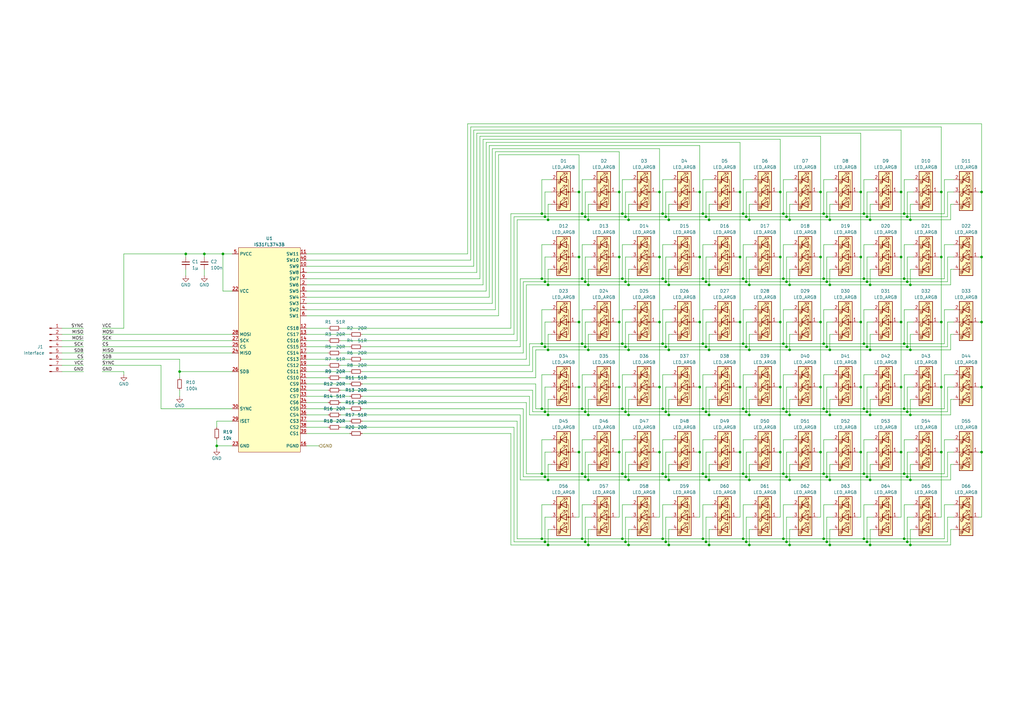
<source format=kicad_sch>
(kicad_sch (version 20230121) (generator eeschema)
  (paper "A3")
  (title_block (title "IS31FL3743B Evaluation") (date "2023-04-04") (rev "1.0") (company "xatLabs") (comment 1 "Julian Metzler"))
  (junction (at 372.11 142.24))
  (junction (at 273.05 115.57))
  (junction (at 306.07 115.57))
  (junction (at 288.29 220.98))
  (junction (at 372.11 88.9))
  (junction (at 240.03 222.25))
  (junction (at 353.06 105.41))
  (junction (at 356.87 170.18))
  (junction (at 340.36 90.17))
  (junction (at 356.87 143.51))
  (junction (at 238.76 167.64))
  (junction (at 340.36 116.84))
  (junction (at 356.87 116.84))
  (junction (at 288.29 194.31))
  (junction (at 307.34 223.52))
  (junction (at 321.31 220.98))
  (junction (at 255.27 220.98))
  (junction (at 370.84 87.63))
  (junction (at 353.06 132.08))
  (junction (at 223.52 88.9))
  (junction (at 402.59 78.74))
  (junction (at 290.83 196.85))
  (junction (at 306.07 88.9))
  (junction (at 337.82 114.3))
  (junction (at 271.78 220.98))
  (junction (at 353.06 158.75))
  (junction (at 287.02 105.41))
  (junction (at 274.32 223.52))
  (junction (at 322.58 88.9))
  (junction (at 306.07 222.25))
  (junction (at 373.38 90.17))
  (junction (at 336.55 132.08))
  (junction (at 273.05 222.25))
  (junction (at 288.29 87.63))
  (junction (at 274.32 116.84))
  (junction (at 76.2 104.14))
  (junction (at 222.25 220.98))
  (junction (at 304.8 194.31))
  (junction (at 270.51 78.74))
  (junction (at 88.9 182.88))
  (junction (at 290.83 170.18))
  (junction (at 353.06 185.42))
  (junction (at 339.09 142.24))
  (junction (at 386.08 158.75))
  (junction (at 306.07 168.91))
  (junction (at 257.81 196.85))
  (junction (at 307.34 196.85))
  (junction (at 321.31 114.3))
  (junction (at 372.11 168.91))
  (junction (at 238.76 194.31))
  (junction (at 304.8 220.98))
  (junction (at 339.09 115.57))
  (junction (at 224.79 90.17))
  (junction (at 402.59 132.08))
  (junction (at 320.04 185.42))
  (junction (at 320.04 78.74))
  (junction (at 355.6 115.57))
  (junction (at 372.11 222.25))
  (junction (at 256.54 222.25))
  (junction (at 270.51 132.08))
  (junction (at 290.83 90.17))
  (junction (at 222.25 194.31))
  (junction (at 240.03 168.91))
  (junction (at 254 105.41))
  (junction (at 270.51 185.42))
  (junction (at 254 132.08))
  (junction (at 254 185.42))
  (junction (at 356.87 90.17))
  (junction (at 274.32 143.51))
  (junction (at 289.56 168.91))
  (junction (at 373.38 223.52))
  (junction (at 271.78 114.3))
  (junction (at 323.85 170.18))
  (junction (at 73.66 152.4))
  (junction (at 337.82 167.64))
  (junction (at 254 158.75))
  (junction (at 356.87 223.52))
  (junction (at 354.33 167.64))
  (junction (at 237.49 105.41))
  (junction (at 256.54 195.58))
  (junction (at 320.04 132.08))
  (junction (at 223.52 168.91))
  (junction (at 270.51 105.41))
  (junction (at 402.59 185.42))
  (junction (at 323.85 196.85))
  (junction (at 306.07 142.24))
  (junction (at 370.84 140.97))
  (junction (at 290.83 143.51))
  (junction (at 355.6 195.58))
  (junction (at 356.87 196.85))
  (junction (at 254 78.74))
  (junction (at 303.53 105.41))
  (junction (at 339.09 168.91))
  (junction (at 287.02 185.42))
  (junction (at 223.52 222.25))
  (junction (at 274.32 170.18))
  (junction (at 271.78 194.31))
  (junction (at 287.02 132.08))
  (junction (at 224.79 116.84))
  (junction (at 241.3 143.51))
  (junction (at 323.85 90.17))
  (junction (at 273.05 88.9))
  (junction (at 336.55 78.74))
  (junction (at 336.55 158.75))
  (junction (at 321.31 140.97))
  (junction (at 255.27 140.97))
  (junction (at 238.76 220.98))
  (junction (at 290.83 116.84))
  (junction (at 303.53 158.75))
  (junction (at 369.57 78.74))
  (junction (at 274.32 90.17))
  (junction (at 322.58 168.91))
  (junction (at 223.52 115.57))
  (junction (at 222.25 114.3))
  (junction (at 240.03 142.24))
  (junction (at 354.33 87.63))
  (junction (at 289.56 222.25))
  (junction (at 288.29 140.97))
  (junction (at 273.05 195.58))
  (junction (at 240.03 115.57))
  (junction (at 287.02 78.74))
  (junction (at 224.79 143.51))
  (junction (at 373.38 143.51))
  (junction (at 257.81 223.52))
  (junction (at 91.44 104.14))
  (junction (at 322.58 195.58))
  (junction (at 237.49 158.75))
  (junction (at 83.82 104.14))
  (junction (at 270.51 158.75))
  (junction (at 303.53 132.08))
  (junction (at 255.27 194.31))
  (junction (at 241.3 196.85))
  (junction (at 240.03 88.9))
  (junction (at 290.83 223.52))
  (junction (at 322.58 222.25))
  (junction (at 237.49 78.74))
  (junction (at 273.05 168.91))
  (junction (at 320.04 158.75))
  (junction (at 224.79 170.18))
  (junction (at 386.08 78.74))
  (junction (at 307.34 143.51))
  (junction (at 370.84 167.64))
  (junction (at 372.11 195.58))
  (junction (at 369.57 105.41))
  (junction (at 340.36 196.85))
  (junction (at 289.56 88.9))
  (junction (at 339.09 222.25))
  (junction (at 337.82 140.97))
  (junction (at 369.57 132.08))
  (junction (at 241.3 116.84))
  (junction (at 340.36 143.51))
  (junction (at 337.82 194.31))
  (junction (at 222.25 167.64))
  (junction (at 303.53 185.42))
  (junction (at 288.29 114.3))
  (junction (at 369.57 158.75))
  (junction (at 370.84 114.3))
  (junction (at 355.6 142.24))
  (junction (at 304.8 87.63))
  (junction (at 336.55 185.42))
  (junction (at 222.25 140.97))
  (junction (at 241.3 223.52))
  (junction (at 224.79 196.85))
  (junction (at 303.53 78.74))
  (junction (at 322.58 115.57))
  (junction (at 340.36 170.18))
  (junction (at 257.81 116.84))
  (junction (at 241.3 170.18))
  (junction (at 355.6 168.91))
  (junction (at 354.33 140.97))
  (junction (at 238.76 87.63))
  (junction (at 287.02 158.75))
  (junction (at 256.54 142.24))
  (junction (at 289.56 195.58))
  (junction (at 354.33 114.3))
  (junction (at 355.6 88.9))
  (junction (at 271.78 87.63))
  (junction (at 336.55 105.41))
  (junction (at 339.09 88.9))
  (junction (at 255.27 87.63))
  (junction (at 255.27 167.64))
  (junction (at 353.06 78.74))
  (junction (at 321.31 87.63))
  (junction (at 321.31 194.31))
  (junction (at 370.84 220.98))
  (junction (at 307.34 116.84))
  (junction (at 370.84 194.31))
  (junction (at 237.49 185.42))
  (junction (at 321.31 167.64))
  (junction (at 273.05 142.24))
  (junction (at 256.54 115.57))
  (junction (at 307.34 170.18))
  (junction (at 372.11 115.57))
  (junction (at 240.03 195.58))
  (junction (at 223.52 142.24))
  (junction (at 288.29 167.64))
  (junction (at 255.27 114.3))
  (junction (at 340.36 223.52))
  (junction (at 354.33 194.31))
  (junction (at 224.79 223.52))
  (junction (at 271.78 167.64))
  (junction (at 386.08 132.08))
  (junction (at 369.57 185.42))
  (junction (at 256.54 88.9))
  (junction (at 257.81 143.51))
  (junction (at 238.76 114.3))
  (junction (at 354.33 220.98))
  (junction (at 307.34 90.17))
  (junction (at 339.09 195.58))
  (junction (at 320.04 105.41))
  (junction (at 241.3 90.17))
  (junction (at 304.8 167.64))
  (junction (at 271.78 140.97))
  (junction (at 386.08 185.42))
  (junction (at 306.07 195.58))
  (junction (at 386.08 105.41))
  (junction (at 373.38 196.85))
  (junction (at 289.56 115.57))
  (junction (at 304.8 140.97))
  (junction (at 337.82 87.63))
  (junction (at 237.49 132.08))
  (junction (at 222.25 87.63))
  (junction (at 274.32 196.85))
  (junction (at 402.59 105.41))
  (junction (at 257.81 90.17))
  (junction (at 256.54 168.91))
  (junction (at 223.52 195.58))
  (junction (at 304.8 114.3))
  (junction (at 373.38 170.18))
  (junction (at 355.6 222.25))
  (junction (at 323.85 143.51))
  (junction (at 402.59 158.75))
  (junction (at 289.56 142.24))
  (junction (at 238.76 140.97))
  (junction (at 337.82 220.98))
  (junction (at 323.85 223.52))
  (junction (at 322.58 142.24))
  (junction (at 373.38 116.84))
  (junction (at 257.81 170.18))
  (junction (at 323.85 116.84))
  (wire (pts (xy 358.14 105.41) (xy 355.6 105.41)))
  (wire (pts (xy 237.49 78.74) (xy 237.49 63.5)))
  (wire (pts (xy 323.85 110.49) (xy 323.85 116.84)))
  (wire (pts (xy 274.32 170.18) (xy 290.83 170.18)))
  (wire (pts (xy 238.76 194.31) (xy 255.27 194.31)))
  (wire (pts (xy 273.05 185.42) (xy 273.05 195.58)))
  (wire (pts (xy 259.08 105.41) (xy 256.54 105.41)))
  (wire (pts (xy 341.63 105.41) (xy 339.09 105.41)))
  (wire (pts (xy 321.31 207.01) (xy 321.31 220.98)))
  (wire (pts (xy 240.03 185.42) (xy 240.03 195.58)))
  (wire (pts (xy 307.34 110.49) (xy 307.34 116.84)))
  (wire (pts (xy 306.07 78.74) (xy 306.07 88.9)))
  (wire (pts (xy 256.54 168.91) (xy 273.05 168.91)))
  (wire (pts (xy 287.02 212.09) (xy 285.75 212.09)))
  (wire (pts (xy 237.49 132.08) (xy 237.49 158.75)))
  (wire (pts (xy 402.59 105.41) (xy 402.59 132.08)))
  (wire (pts (xy 303.53 132.08) (xy 303.53 158.75)))
  (wire (pts (xy 148.59 177.8) (xy 209.55 177.8)))
  (wire (pts (xy 306.07 115.57) (xy 322.58 115.57)))
  (wire (pts (xy 41.91 134.62) (xy 50.8 134.62)))
  (wire (pts (xy 270.51 212.09) (xy 269.24 212.09)))
  (wire (pts (xy 285.75 78.74) (xy 287.02 78.74)))
  (wire (pts (xy 339.09 185.42) (xy 339.09 195.58)))
  (wire (pts (xy 255.27 114.3) (xy 271.78 114.3)))
  (wire (pts (xy 308.61 163.83) (xy 307.34 163.83)))
  (wire (pts (xy 212.09 90.17) (xy 224.79 90.17)))
  (wire (pts (xy 391.16 83.82) (xy 389.89 83.82)))
  (wire (pts (xy 369.57 105.41) (xy 368.3 105.41)))
  (wire (pts (xy 76.2 104.14) (xy 83.82 104.14)))
  (wire (pts (xy 307.34 170.18) (xy 323.85 170.18)))
  (wire (pts (xy 254 105.41) (xy 254 132.08)))
  (wire (pts (xy 270.51 78.74) (xy 270.51 105.41)))
  (wire (pts (xy 125.73 144.78) (xy 134.62 144.78)))
  (wire (pts (xy 224.79 190.5) (xy 224.79 196.85)))
  (wire (pts (xy 401.32 78.74) (xy 402.59 78.74)))
  (wire (pts (xy 341.63 127) (xy 337.82 127)))
  (wire (pts (xy 337.82 207.01) (xy 337.82 220.98)))
  (wire (pts (xy 125.73 175.26) (xy 134.62 175.26)))
  (wire (pts (xy 256.54 142.24) (xy 273.05 142.24)))
  (wire (pts (xy 125.73 149.86) (xy 134.62 149.86)))
  (wire (pts (xy 257.81 90.17) (xy 274.32 90.17)))
  (wire (pts (xy 269.24 78.74) (xy 270.51 78.74)))
  (wire (pts (xy 339.09 158.75) (xy 339.09 168.91)))
  (wire (pts (xy 125.73 162.56) (xy 143.51 162.56)))
  (wire (pts (xy 356.87 116.84) (xy 373.38 116.84)))
  (wire (pts (xy 226.06 105.41) (xy 223.52 105.41)))
  (wire (pts (xy 372.11 142.24) (xy 388.62 142.24)))
  (wire (pts (xy 257.81 116.84) (xy 274.32 116.84)))
  (wire (pts (xy 252.73 185.42) (xy 254 185.42)))
  (wire (pts (xy 325.12 185.42) (xy 322.58 185.42)))
  (wire (pts (xy 321.31 87.63) (xy 337.82 87.63)))
  (wire (pts (xy 125.73 182.88) (xy 130.81 182.88)))
  (wire (pts (xy 308.61 110.49) (xy 307.34 110.49)))
  (wire (pts (xy 288.29 153.67) (xy 288.29 167.64)))
  (wire (pts (xy 224.79 116.84) (xy 241.3 116.84)))
  (wire (pts (xy 292.1 190.5) (xy 290.83 190.5)))
  (wire (pts (xy 254 78.74) (xy 254 105.41)))
  (wire (pts (xy 288.29 167.64) (xy 304.8 167.64)))
  (wire (pts (xy 274.32 223.52) (xy 290.83 223.52)))
  (wire (pts (xy 66.04 167.64) (xy 66.04 149.86)))
  (wire (pts (xy 356.87 143.51) (xy 373.38 143.51)))
  (wire (pts (xy 353.06 132.08) (xy 353.06 158.75)))
  (wire (pts (xy 259.08 190.5) (xy 257.81 190.5)))
  (wire (pts (xy 373.38 163.83) (xy 373.38 170.18)))
  (wire (pts (xy 370.84 114.3) (xy 387.35 114.3)))
  (wire (pts (xy 355.6 142.24) (xy 372.11 142.24)))
  (wire (pts (xy 274.32 217.17) (xy 274.32 223.52)))
  (wire (pts (xy 259.08 207.01) (xy 255.27 207.01)))
  (wire (pts (xy 289.56 132.08) (xy 289.56 142.24)))
  (wire (pts (xy 289.56 185.42) (xy 289.56 195.58)))
  (wire (pts (xy 370.84 100.33) (xy 370.84 114.3)))
  (wire (pts (xy 370.84 194.31) (xy 387.35 194.31)))
  (wire (pts (xy 237.49 158.75) (xy 236.22 158.75)))
  (wire (pts (xy 322.58 132.08) (xy 322.58 142.24)))
  (wire (pts (xy 341.63 217.17) (xy 340.36 217.17)))
  (wire (pts (xy 337.82 114.3) (xy 354.33 114.3)))
  (wire (pts (xy 355.6 195.58) (xy 372.11 195.58)))
  (wire (pts (xy 241.3 170.18) (xy 257.81 170.18)))
  (wire (pts (xy 340.36 143.51) (xy 356.87 143.51)))
  (wire (pts (xy 321.31 180.34) (xy 321.31 194.31)))
  (wire (pts (xy 259.08 132.08) (xy 256.54 132.08)))
  (wire (pts (xy 368.3 185.42) (xy 369.57 185.42)))
  (wire (pts (xy 325.12 137.16) (xy 323.85 137.16)))
  (wire (pts (xy 372.11 158.75) (xy 372.11 168.91)))
  (wire (pts (xy 148.59 152.4) (xy 218.44 152.4)))
  (wire (pts (xy 274.32 190.5) (xy 274.32 196.85)))
  (wire (pts (xy 219.71 143.51) (xy 224.79 143.51)))
  (wire (pts (xy 273.05 195.58) (xy 289.56 195.58)))
  (wire (pts (xy 259.08 158.75) (xy 256.54 158.75)))
  (wire (pts (xy 271.78 100.33) (xy 271.78 114.3)))
  (wire (pts (xy 290.83 116.84) (xy 307.34 116.84)))
  (wire (pts (xy 213.36 196.85) (xy 224.79 196.85)))
  (wire (pts (xy 125.73 137.16) (xy 143.51 137.16)))
  (wire (pts (xy 372.11 132.08) (xy 372.11 142.24)))
  (wire (pts (xy 218.44 142.24) (xy 218.44 152.4)))
  (wire (pts (xy 307.34 116.84) (xy 323.85 116.84)))
  (wire (pts (xy 222.25 140.97) (xy 238.76 140.97)))
  (wire (pts (xy 288.29 207.01) (xy 288.29 220.98)))
  (wire (pts (xy 391.16 185.42) (xy 388.62 185.42)))
  (wire (pts (xy 369.57 158.75) (xy 369.57 185.42)))
  (wire (pts (xy 257.81 143.51) (xy 274.32 143.51)))
  (wire (pts (xy 290.83 110.49) (xy 290.83 116.84)))
  (wire (pts (xy 351.79 132.08) (xy 353.06 132.08)))
  (wire (pts (xy 25.4 149.86) (xy 34.29 149.86)))
  (wire (pts (xy 125.73 142.24) (xy 143.51 142.24)))
  (wire (pts (xy 303.53 78.74) (xy 303.53 105.41)))
  (wire (pts (xy 307.34 163.83) (xy 307.34 170.18)))
  (wire (pts (xy 198.12 116.84) (xy 125.73 116.84)))
  (wire (pts (xy 321.31 167.64) (xy 337.82 167.64)))
  (wire (pts (xy 259.08 73.66) (xy 255.27 73.66)))
  (wire (pts (xy 356.87 83.82) (xy 356.87 90.17)))
  (wire (pts (xy 148.59 142.24) (xy 213.36 142.24)))
  (wire (pts (xy 386.08 105.41) (xy 386.08 132.08)))
  (wire (pts (xy 223.52 142.24) (xy 240.03 142.24)))
  (wire (pts (xy 273.05 222.25) (xy 289.56 222.25)))
  (wire (pts (xy 308.61 78.74) (xy 306.07 78.74)))
  (wire (pts (xy 255.27 220.98) (xy 271.78 220.98)))
  (wire (pts (xy 353.06 105.41) (xy 351.79 105.41)))
  (wire (pts (xy 238.76 114.3) (xy 255.27 114.3)))
  (wire (pts (xy 237.49 105.41) (xy 237.49 132.08)))
  (wire (pts (xy 274.32 110.49) (xy 274.32 116.84)))
  (wire (pts (xy 193.04 106.68) (xy 125.73 106.68)))
  (wire (pts (xy 318.77 185.42) (xy 320.04 185.42)))
  (wire (pts (xy 339.09 222.25) (xy 355.6 222.25)))
  (wire (pts (xy 325.12 100.33) (xy 321.31 100.33)))
  (wire (pts (xy 271.78 220.98) (xy 288.29 220.98)))
  (wire (pts (xy 274.32 83.82) (xy 274.32 90.17)))
  (wire (pts (xy 88.9 175.26) (xy 88.9 172.72)))
  (wire (pts (xy 204.47 63.5) (xy 204.47 129.54)))
  (wire (pts (xy 242.57 73.66) (xy 238.76 73.66)))
  (wire (pts (xy 125.73 152.4) (xy 143.51 152.4)))
  (wire (pts (xy 303.53 132.08) (xy 302.26 132.08)))
  (wire (pts (xy 255.27 127) (xy 255.27 140.97)))
  (wire (pts (xy 336.55 158.75) (xy 336.55 185.42)))
  (wire (pts (xy 402.59 78.74) (xy 402.59 50.8)))
  (wire (pts (xy 303.53 212.09) (xy 302.26 212.09)))
  (wire (pts (xy 354.33 207.01) (xy 354.33 220.98)))
  (wire (pts (xy 353.06 185.42) (xy 353.06 212.09)))
  (wire (pts (xy 388.62 212.09) (xy 388.62 222.25)))
  (wire (pts (xy 372.11 185.42) (xy 372.11 195.58)))
  (wire (pts (xy 337.82 167.64) (xy 354.33 167.64)))
  (wire (pts (xy 358.14 180.34) (xy 354.33 180.34)))
  (wire (pts (xy 242.57 153.67) (xy 238.76 153.67)))
  (wire (pts (xy 222.25 87.63) (xy 238.76 87.63)))
  (wire (pts (xy 308.61 132.08) (xy 306.07 132.08)))
  (wire (pts (xy 340.36 137.16) (xy 340.36 143.51)))
  (wire (pts (xy 125.73 157.48) (xy 143.51 157.48)))
  (wire (pts (xy 275.59 180.34) (xy 271.78 180.34)))
  (wire (pts (xy 25.4 134.62) (xy 34.29 134.62)))
  (wire (pts (xy 323.85 116.84) (xy 340.36 116.84)))
  (wire (pts (xy 255.27 100.33) (xy 255.27 114.3)))
  (wire (pts (xy 355.6 132.08) (xy 355.6 142.24)))
  (wire (pts (xy 336.55 212.09) (xy 335.28 212.09)))
  (wire (pts (xy 237.49 105.41) (xy 236.22 105.41)))
  (wire (pts (xy 290.83 217.17) (xy 290.83 223.52)))
  (wire (pts (xy 340.36 217.17) (xy 340.36 223.52)))
  (wire (pts (xy 374.65 185.42) (xy 372.11 185.42)))
  (wire (pts (xy 391.16 163.83) (xy 389.89 163.83)))
  (wire (pts (xy 218.44 168.91) (xy 223.52 168.91)))
  (wire (pts (xy 358.14 185.42) (xy 355.6 185.42)))
  (wire (pts (xy 320.04 105.41) (xy 320.04 132.08)))
  (wire (pts (xy 337.82 140.97) (xy 354.33 140.97)))
  (wire (pts (xy 257.81 170.18) (xy 274.32 170.18)))
  (wire (pts (xy 256.54 105.41) (xy 256.54 115.57)))
  (wire (pts (xy 240.03 132.08) (xy 240.03 142.24)))
  (wire (pts (xy 270.51 60.96) (xy 201.93 60.96)))
  (wire (pts (xy 302.26 78.74) (xy 303.53 78.74)))
  (wire (pts (xy 271.78 73.66) (xy 271.78 87.63)))
  (wire (pts (xy 259.08 83.82) (xy 257.81 83.82)))
  (wire (pts (xy 215.9 194.31) (xy 215.9 165.1)))
  (wire (pts (xy 25.4 139.7) (xy 34.29 139.7)))
  (wire (pts (xy 88.9 180.34) (xy 88.9 182.88)))
  (wire (pts (xy 402.59 78.74) (xy 402.59 105.41)))
  (wire (pts (xy 238.76 87.63) (xy 255.27 87.63)))
  (wire (pts (xy 374.65 137.16) (xy 373.38 137.16)))
  (wire (pts (xy 236.22 185.42) (xy 237.49 185.42)))
  (wire (pts (xy 223.52 105.41) (xy 223.52 115.57)))
  (wire (pts (xy 356.87 163.83) (xy 356.87 170.18)))
  (wire (pts (xy 259.08 185.42) (xy 256.54 185.42)))
  (wire (pts (xy 354.33 114.3) (xy 370.84 114.3)))
  (wire (pts (xy 255.27 167.64) (xy 271.78 167.64)))
  (wire (pts (xy 259.08 153.67) (xy 255.27 153.67)))
  (wire (pts (xy 337.82 127) (xy 337.82 140.97)))
  (wire (pts (xy 255.27 73.66) (xy 255.27 87.63)))
  (wire (pts (xy 83.82 110.49) (xy 83.82 113.03)))
  (wire (pts (xy 340.36 196.85) (xy 356.87 196.85)))
  (wire (pts (xy 288.29 127) (xy 288.29 140.97)))
  (wire (pts (xy 322.58 158.75) (xy 322.58 168.91)))
  (wire (pts (xy 353.06 54.61) (xy 195.58 54.61)))
  (wire (pts (xy 370.84 127) (xy 370.84 140.97)))
  (wire (pts (xy 242.57 105.41) (xy 240.03 105.41)))
  (wire (pts (xy 219.71 157.48) (xy 219.71 167.64)))
  (wire (pts (xy 325.12 78.74) (xy 322.58 78.74)))
  (wire (pts (xy 321.31 140.97) (xy 337.82 140.97)))
  (wire (pts (xy 374.65 132.08) (xy 372.11 132.08)))
  (wire (pts (xy 374.65 158.75) (xy 372.11 158.75)))
  (wire (pts (xy 213.36 196.85) (xy 213.36 170.18)))
  (wire (pts (xy 203.2 62.23) (xy 203.2 127)))
  (wire (pts (xy 370.84 167.64) (xy 387.35 167.64)))
  (wire (pts (xy 323.85 223.52) (xy 340.36 223.52)))
  (wire (pts (xy 358.14 127) (xy 354.33 127)))
  (wire (pts (xy 354.33 100.33) (xy 354.33 114.3)))
  (wire (pts (xy 191.77 50.8) (xy 191.77 104.14)))
  (wire (pts (xy 222.25 114.3) (xy 238.76 114.3)))
  (wire (pts (xy 254 105.41) (xy 252.73 105.41)))
  (wire (pts (xy 88.9 172.72) (xy 95.25 172.72)))
  (wire (pts (xy 373.38 90.17) (xy 389.89 90.17)))
  (wire (pts (xy 223.52 212.09) (xy 223.52 222.25)))
  (wire (pts (xy 275.59 217.17) (xy 274.32 217.17)))
  (wire (pts (xy 386.08 185.42) (xy 386.08 212.09)))
  (wire (pts (xy 139.7 134.62) (xy 209.55 134.62)))
  (wire (pts (xy 322.58 78.74) (xy 322.58 88.9)))
  (wire (pts (xy 370.84 153.67) (xy 370.84 167.64)))
  (wire (pts (xy 303.53 58.42) (xy 199.39 58.42)))
  (wire (pts (xy 252.73 78.74) (xy 254 78.74)))
  (wire (pts (xy 307.34 83.82) (xy 307.34 90.17)))
  (wire (pts (xy 374.65 100.33) (xy 370.84 100.33)))
  (wire (pts (xy 259.08 127) (xy 255.27 127)))
  (wire (pts (xy 358.14 217.17) (xy 356.87 217.17)))
  (wire (pts (xy 213.36 114.3) (xy 222.25 114.3)))
  (wire (pts (xy 289.56 142.24) (xy 306.07 142.24)))
  (wire (pts (xy 358.14 132.08) (xy 355.6 132.08)))
  (wire (pts (xy 255.27 140.97) (xy 271.78 140.97)))
  (wire (pts (xy 240.03 78.74) (xy 240.03 88.9)))
  (wire (pts (xy 226.06 180.34) (xy 222.25 180.34)))
  (wire (pts (xy 351.79 78.74) (xy 353.06 78.74)))
  (wire (pts (xy 373.38 110.49) (xy 373.38 116.84)))
  (wire (pts (xy 288.29 114.3) (xy 304.8 114.3)))
  (wire (pts (xy 254 158.75) (xy 254 185.42)))
  (wire (pts (xy 275.59 190.5) (xy 274.32 190.5)))
  (wire (pts (xy 214.63 195.58) (xy 214.63 167.64)))
  (wire (pts (xy 320.04 212.09) (xy 318.77 212.09)))
  (wire (pts (xy 217.17 170.18) (xy 224.79 170.18)))
  (wire (pts (xy 289.56 212.09) (xy 289.56 222.25)))
  (wire (pts (xy 368.3 132.08) (xy 369.57 132.08)))
  (wire (pts (xy 370.84 73.66) (xy 370.84 87.63)))
  (wire (pts (xy 237.49 185.42) (xy 237.49 212.09)))
  (wire (pts (xy 306.07 88.9) (xy 322.58 88.9)))
  (wire (pts (xy 320.04 78.74) (xy 320.04 105.41)))
  (wire (pts (xy 356.87 217.17) (xy 356.87 223.52)))
  (wire (pts (xy 271.78 87.63) (xy 288.29 87.63)))
  (wire (pts (xy 285.75 185.42) (xy 287.02 185.42)))
  (wire (pts (xy 325.12 180.34) (xy 321.31 180.34)))
  (wire (pts (xy 373.38 137.16) (xy 373.38 143.51)))
  (wire (pts (xy 218.44 168.91) (xy 218.44 160.02)))
  (wire (pts (xy 287.02 59.69) (xy 200.66 59.69)))
  (wire (pts (xy 355.6 158.75) (xy 355.6 168.91)))
  (wire (pts (xy 223.52 158.75) (xy 223.52 168.91)))
  (wire (pts (xy 373.38 170.18) (xy 389.89 170.18)))
  (wire (pts (xy 358.14 163.83) (xy 356.87 163.83)))
  (wire (pts (xy 358.14 207.01) (xy 354.33 207.01)))
  (wire (pts (xy 139.7 149.86) (xy 217.17 149.86)))
  (wire (pts (xy 226.06 100.33) (xy 222.25 100.33)))
  (wire (pts (xy 242.57 163.83) (xy 241.3 163.83)))
  (wire (pts (xy 139.7 139.7) (xy 212.09 139.7)))
  (wire (pts (xy 287.02 158.75) (xy 287.02 185.42)))
  (wire (pts (xy 270.51 105.41) (xy 269.24 105.41)))
  (wire (pts (xy 341.63 83.82) (xy 340.36 83.82)))
  (wire (pts (xy 292.1 185.42) (xy 289.56 185.42)))
  (wire (pts (xy 199.39 119.38) (xy 125.73 119.38)))
  (wire (pts (xy 356.87 137.16) (xy 356.87 143.51)))
  (wire (pts (xy 288.29 100.33) (xy 288.29 114.3)))
  (wire (pts (xy 212.09 90.17) (xy 212.09 139.7)))
  (wire (pts (xy 148.59 147.32) (xy 215.9 147.32)))
  (wire (pts (xy 322.58 105.41) (xy 322.58 115.57)))
  (wire (pts (xy 374.65 83.82) (xy 373.38 83.82)))
  (wire (pts (xy 354.33 140.97) (xy 370.84 140.97)))
  (wire (pts (xy 273.05 212.09) (xy 273.05 222.25)))
  (wire (pts (xy 273.05 115.57) (xy 289.56 115.57)))
  (wire (pts (xy 402.59 50.8) (xy 191.77 50.8)))
  (wire (pts (xy 402.59 158.75) (xy 402.59 185.42)))
  (wire (pts (xy 308.61 180.34) (xy 304.8 180.34)))
  (wire (pts (xy 242.57 217.17) (xy 241.3 217.17)))
  (wire (pts (xy 240.03 222.25) (xy 256.54 222.25)))
  (wire (pts (xy 148.59 172.72) (xy 212.09 172.72)))
  (wire (pts (xy 148.59 157.48) (xy 219.71 157.48)))
  (wire (pts (xy 226.06 127) (xy 222.25 127)))
  (wire (pts (xy 391.16 127) (xy 387.35 127)))
  (wire (pts (xy 304.8 207.01) (xy 304.8 220.98)))
  (wire (pts (xy 139.7 154.94) (xy 219.71 154.94)))
  (wire (pts (xy 292.1 212.09) (xy 289.56 212.09)))
  (wire (pts (xy 374.65 212.09) (xy 372.11 212.09)))
  (wire (pts (xy 88.9 182.88) (xy 95.25 182.88)))
  (wire (pts (xy 256.54 88.9) (xy 273.05 88.9)))
  (wire (pts (xy 323.85 170.18) (xy 340.36 170.18)))
  (wire (pts (xy 213.36 114.3) (xy 213.36 142.24)))
  (wire (pts (xy 209.55 87.63) (xy 222.25 87.63)))
  (wire (pts (xy 292.1 137.16) (xy 290.83 137.16)))
  (wire (pts (xy 270.51 185.42) (xy 270.51 212.09)))
  (wire (pts (xy 139.7 144.78) (xy 214.63 144.78)))
  (wire (pts (xy 292.1 180.34) (xy 288.29 180.34)))
  (wire (pts (xy 226.06 78.74) (xy 223.52 78.74)))
  (wire (pts (xy 95.25 167.64) (xy 66.04 167.64)))
  (wire (pts (xy 199.39 58.42) (xy 199.39 119.38)))
  (wire (pts (xy 50.8 153.67) (xy 50.8 152.4)))
  (wire (pts (xy 354.33 153.67) (xy 354.33 167.64)))
  (wire (pts (xy 241.3 163.83) (xy 241.3 170.18)))
  (wire (pts (xy 356.87 110.49) (xy 356.87 116.84)))
  (wire (pts (xy 355.6 115.57) (xy 372.11 115.57)))
  (wire (pts (xy 125.73 134.62) (xy 134.62 134.62)))
  (wire (pts (xy 373.38 223.52) (xy 389.89 223.52)))
  (wire (pts (xy 238.76 127) (xy 238.76 140.97)))
  (wire (pts (xy 308.61 190.5) (xy 307.34 190.5)))
  (wire (pts (xy 358.14 137.16) (xy 356.87 137.16)))
  (wire (pts (xy 372.11 222.25) (xy 388.62 222.25)))
  (wire (pts (xy 196.85 114.3) (xy 125.73 114.3)))
  (wire (pts (xy 201.93 124.46) (xy 125.73 124.46)))
  (wire (pts (xy 242.57 100.33) (xy 238.76 100.33)))
  (wire (pts (xy 91.44 104.14) (xy 91.44 119.38)))
  (wire (pts (xy 139.7 175.26) (xy 210.82 175.26)))
  (wire (pts (xy 354.33 127) (xy 354.33 140.97)))
  (wire (pts (xy 224.79 110.49) (xy 224.79 116.84)))
  (wire (pts (xy 271.78 153.67) (xy 271.78 167.64)))
  (wire (pts (xy 306.07 195.58) (xy 322.58 195.58)))
  (wire (pts (xy 125.73 172.72) (xy 143.51 172.72)))
  (wire (pts (xy 374.65 78.74) (xy 372.11 78.74)))
  (wire (pts (xy 289.56 158.75) (xy 289.56 168.91)))
  (wire (pts (xy 224.79 170.18) (xy 241.3 170.18)))
  (wire (pts (xy 353.06 212.09) (xy 351.79 212.09)))
  (wire (pts (xy 209.55 87.63) (xy 209.55 134.62)))
  (wire (pts (xy 259.08 180.34) (xy 255.27 180.34)))
  (wire (pts (xy 73.66 152.4) (xy 95.25 152.4)))
  (wire (pts (xy 341.63 212.09) (xy 339.09 212.09)))
  (wire (pts (xy 226.06 185.42) (xy 223.52 185.42)))
  (wire (pts (xy 194.31 53.34) (xy 194.31 109.22)))
  (wire (pts (xy 386.08 132.08) (xy 386.08 158.75)))
  (wire (pts (xy 226.06 137.16) (xy 224.79 137.16)))
  (wire (pts (xy 384.81 132.08) (xy 386.08 132.08)))
  (wire (pts (xy 304.8 87.63) (xy 321.31 87.63)))
  (wire (pts (xy 336.55 55.88) (xy 196.85 55.88)))
  (wire (pts (xy 336.55 78.74) (xy 336.55 55.88)))
  (wire (pts (xy 320.04 158.75) (xy 318.77 158.75)))
  (wire (pts (xy 391.16 190.5) (xy 389.89 190.5)))
  (wire (pts (xy 373.38 143.51) (xy 389.89 143.51)))
  (wire (pts (xy 238.76 100.33) (xy 238.76 114.3)))
  (wire (pts (xy 386.08 105.41) (xy 384.81 105.41)))
  (wire (pts (xy 41.91 147.32) (xy 73.66 147.32)))
  (wire (pts (xy 323.85 196.85) (xy 340.36 196.85)))
  (wire (pts (xy 320.04 132.08) (xy 320.04 158.75)))
  (wire (pts (xy 241.3 143.51) (xy 257.81 143.51)))
  (wire (pts (xy 373.38 116.84) (xy 389.89 116.84)))
  (wire (pts (xy 306.07 105.41) (xy 306.07 115.57)))
  (wire (pts (xy 386.08 212.09) (xy 384.81 212.09)))
  (wire (pts (xy 254 212.09) (xy 252.73 212.09)))
  (wire (pts (xy 335.28 185.42) (xy 336.55 185.42)))
  (wire (pts (xy 219.71 167.64) (xy 222.25 167.64)))
  (wire (pts (xy 222.25 220.98) (xy 238.76 220.98)))
  (wire (pts (xy 215.9 194.31) (xy 222.25 194.31)))
  (wire (pts (xy 341.63 185.42) (xy 339.09 185.42)))
  (wire (pts (xy 372.11 168.91) (xy 388.62 168.91)))
  (wire (pts (xy 292.1 83.82) (xy 290.83 83.82)))
  (wire (pts (xy 256.54 195.58) (xy 273.05 195.58)))
  (wire (pts (xy 237.49 78.74) (xy 237.49 105.41)))
  (wire (pts (xy 274.32 196.85) (xy 290.83 196.85)))
  (wire (pts (xy 238.76 167.64) (xy 255.27 167.64)))
  (wire (pts (xy 259.08 137.16) (xy 257.81 137.16)))
  (wire (pts (xy 200.66 121.92) (xy 125.73 121.92)))
  (wire (pts (xy 369.57 212.09) (xy 368.3 212.09)))
  (wire (pts (xy 287.02 105.41) (xy 285.75 105.41)))
  (wire (pts (xy 374.65 180.34) (xy 370.84 180.34)))
  (wire (pts (xy 387.35 207.01) (xy 387.35 220.98)))
  (wire (pts (xy 257.81 217.17) (xy 257.81 223.52)))
  (wire (pts (xy 240.03 212.09) (xy 240.03 222.25)))
  (wire (pts (xy 339.09 115.57) (xy 355.6 115.57)))
  (wire (pts (xy 389.89 163.83) (xy 389.89 170.18)))
  (wire (pts (xy 358.14 158.75) (xy 355.6 158.75)))
  (wire (pts (xy 341.63 110.49) (xy 340.36 110.49)))
  (wire (pts (xy 222.25 127) (xy 222.25 140.97)))
  (wire (pts (xy 308.61 73.66) (xy 304.8 73.66)))
  (wire (pts (xy 241.3 223.52) (xy 257.81 223.52)))
  (wire (pts (xy 50.8 104.14) (xy 76.2 104.14)))
  (wire (pts (xy 270.51 78.74) (xy 270.51 60.96)))
  (wire (pts (xy 210.82 88.9) (xy 223.52 88.9)))
  (wire (pts (xy 336.55 158.75) (xy 335.28 158.75)))
  (wire (pts (xy 355.6 88.9) (xy 372.11 88.9)))
  (wire (pts (xy 223.52 88.9) (xy 240.03 88.9)))
  (wire (pts (xy 386.08 52.07) (xy 193.04 52.07)))
  (wire (pts (xy 238.76 220.98) (xy 255.27 220.98)))
  (wire (pts (xy 306.07 222.25) (xy 322.58 222.25)))
  (wire (pts (xy 241.3 190.5) (xy 241.3 196.85)))
  (wire (pts (xy 303.53 158.75) (xy 303.53 185.42)))
  (wire (pts (xy 25.4 144.78) (xy 34.29 144.78)))
  (wire (pts (xy 195.58 54.61) (xy 195.58 111.76)))
  (wire (pts (xy 341.63 137.16) (xy 340.36 137.16)))
  (wire (pts (xy 125.73 177.8) (xy 143.51 177.8)))
  (wire (pts (xy 322.58 115.57) (xy 339.09 115.57)))
  (wire (pts (xy 373.38 217.17) (xy 373.38 223.52)))
  (wire (pts (xy 287.02 132.08) (xy 287.02 158.75)))
  (wire (pts (xy 275.59 212.09) (xy 273.05 212.09)))
  (wire (pts (xy 125.73 160.02) (xy 134.62 160.02)))
  (wire (pts (xy 242.57 132.08) (xy 240.03 132.08)))
  (wire (pts (xy 273.05 158.75) (xy 273.05 168.91)))
  (wire (pts (xy 125.73 154.94) (xy 134.62 154.94)))
  (wire (pts (xy 373.38 196.85) (xy 389.89 196.85)))
  (wire (pts (xy 358.14 212.09) (xy 355.6 212.09)))
  (wire (pts (xy 41.91 149.86) (xy 66.04 149.86)))
  (wire (pts (xy 222.25 180.34) (xy 222.25 194.31)))
  (wire (pts (xy 391.16 153.67) (xy 387.35 153.67)))
  (wire (pts (xy 25.4 137.16) (xy 34.29 137.16)))
  (wire (pts (xy 215.9 116.84) (xy 215.9 147.32)))
  (wire (pts (xy 388.62 132.08) (xy 388.62 142.24)))
  (wire (pts (xy 356.87 90.17) (xy 373.38 90.17)))
  (wire (pts (xy 369.57 132.08) (xy 369.57 158.75)))
  (wire (pts (xy 242.57 190.5) (xy 241.3 190.5)))
  (wire (pts (xy 374.65 127) (xy 370.84 127)))
  (wire (pts (xy 254 158.75) (xy 252.73 158.75)))
  (wire (pts (xy 242.57 158.75) (xy 240.03 158.75)))
  (wire (pts (xy 323.85 143.51) (xy 340.36 143.51)))
  (wire (pts (xy 193.04 52.07) (xy 193.04 106.68)))
  (wire (pts (xy 222.25 153.67) (xy 222.25 167.64)))
  (wire (pts (xy 373.38 190.5) (xy 373.38 196.85)))
  (wire (pts (xy 388.62 185.42) (xy 388.62 195.58)))
  (wire (pts (xy 254 78.74) (xy 254 62.23)))
  (wire (pts (xy 308.61 212.09) (xy 306.07 212.09)))
  (wire (pts (xy 73.66 152.4) (xy 73.66 154.94)))
  (wire (pts (xy 308.61 105.41) (xy 306.07 105.41)))
  (wire (pts (xy 304.8 153.67) (xy 304.8 167.64)))
  (wire (pts (xy 191.77 104.14) (xy 125.73 104.14)))
  (wire (pts (xy 369.57 78.74) (xy 369.57 105.41)))
  (wire (pts (xy 321.31 114.3) (xy 337.82 114.3)))
  (wire (pts (xy 289.56 195.58) (xy 306.07 195.58)))
  (wire (pts (xy 210.82 222.25) (xy 223.52 222.25)))
  (wire (pts (xy 341.63 207.01) (xy 337.82 207.01)))
  (wire (pts (xy 358.14 78.74) (xy 355.6 78.74)))
  (wire (pts (xy 238.76 207.01) (xy 238.76 220.98)))
  (wire (pts (xy 125.73 147.32) (xy 143.51 147.32)))
  (wire (pts (xy 203.2 127) (xy 125.73 127)))
  (wire (pts (xy 373.38 83.82) (xy 373.38 90.17)))
  (wire (pts (xy 304.8 180.34) (xy 304.8 194.31)))
  (wire (pts (xy 356.87 196.85) (xy 373.38 196.85)))
  (wire (pts (xy 273.05 142.24) (xy 289.56 142.24)))
  (wire (pts (xy 273.05 78.74) (xy 273.05 88.9)))
  (wire (pts (xy 240.03 88.9) (xy 256.54 88.9)))
  (wire (pts (xy 257.81 223.52) (xy 274.32 223.52)))
  (wire (pts (xy 212.09 220.98) (xy 212.09 172.72)))
  (wire (pts (xy 292.1 153.67) (xy 288.29 153.67)))
  (wire (pts (xy 325.12 83.82) (xy 323.85 83.82)))
  (wire (pts (xy 384.81 78.74) (xy 386.08 78.74)))
  (wire (pts (xy 304.8 127) (xy 304.8 140.97)))
  (wire (pts (xy 73.66 152.4) (xy 73.66 147.32)))
  (wire (pts (xy 307.34 90.17) (xy 323.85 90.17)))
  (wire (pts (xy 288.29 220.98) (xy 304.8 220.98)))
  (wire (pts (xy 370.84 140.97) (xy 387.35 140.97)))
  (wire (pts (xy 389.89 137.16) (xy 389.89 143.51)))
  (wire (pts (xy 341.63 153.67) (xy 337.82 153.67)))
  (wire (pts (xy 387.35 73.66) (xy 387.35 87.63)))
  (wire (pts (xy 257.81 190.5) (xy 257.81 196.85)))
  (wire (pts (xy 304.8 220.98) (xy 321.31 220.98)))
  (wire (pts (xy 389.89 83.82) (xy 389.89 90.17)))
  (wire (pts (xy 320.04 78.74) (xy 320.04 57.15)))
  (wire (pts (xy 401.32 132.08) (xy 402.59 132.08)))
  (wire (pts (xy 339.09 195.58) (xy 355.6 195.58)))
  (wire (pts (xy 323.85 163.83) (xy 323.85 170.18)))
  (wire (pts (xy 339.09 168.91) (xy 355.6 168.91)))
  (wire (pts (xy 386.08 158.75) (xy 386.08 185.42)))
  (wire (pts (xy 372.11 88.9) (xy 388.62 88.9)))
  (wire (pts (xy 325.12 207.01) (xy 321.31 207.01)))
  (wire (pts (xy 337.82 220.98) (xy 354.33 220.98)))
  (wire (pts (xy 355.6 212.09) (xy 355.6 222.25)))
  (wire (pts (xy 387.35 180.34) (xy 387.35 194.31)))
  (wire (pts (xy 256.54 185.42) (xy 256.54 195.58)))
  (wire (pts (xy 224.79 90.17) (xy 241.3 90.17)))
  (wire (pts (xy 139.7 160.02) (xy 218.44 160.02)))
  (wire (pts (xy 387.35 127) (xy 387.35 140.97)))
  (wire (pts (xy 292.1 158.75) (xy 289.56 158.75)))
  (wire (pts (xy 341.63 158.75) (xy 339.09 158.75)))
  (wire (pts (xy 370.84 87.63) (xy 387.35 87.63)))
  (wire (pts (xy 242.57 207.01) (xy 238.76 207.01)))
  (wire (pts (xy 238.76 140.97) (xy 255.27 140.97)))
  (wire (pts (xy 252.73 132.08) (xy 254 132.08)))
  (wire (pts (xy 254 132.08) (xy 254 158.75)))
  (wire (pts (xy 391.16 212.09) (xy 388.62 212.09)))
  (wire (pts (xy 387.35 153.67) (xy 387.35 167.64)))
  (wire (pts (xy 325.12 212.09) (xy 322.58 212.09)))
  (wire (pts (xy 355.6 105.41) (xy 355.6 115.57)))
  (wire (pts (xy 320.04 57.15) (xy 198.12 57.15)))
  (wire (pts (xy 289.56 115.57) (xy 306.07 115.57)))
  (wire (pts (xy 351.79 185.42) (xy 353.06 185.42)))
  (wire (pts (xy 290.83 143.51) (xy 307.34 143.51)))
  (wire (pts (xy 223.52 132.08) (xy 223.52 142.24)))
  (wire (pts (xy 259.08 217.17) (xy 257.81 217.17)))
  (wire (pts (xy 354.33 167.64) (xy 370.84 167.64)))
  (wire (pts (xy 25.4 142.24) (xy 34.29 142.24)))
  (wire (pts (xy 325.12 158.75) (xy 322.58 158.75)))
  (wire (pts (xy 257.81 110.49) (xy 257.81 116.84)))
  (wire (pts (xy 354.33 73.66) (xy 354.33 87.63)))
  (wire (pts (xy 304.8 167.64) (xy 321.31 167.64)))
  (wire (pts (xy 325.12 163.83) (xy 323.85 163.83)))
  (wire (pts (xy 287.02 105.41) (xy 287.02 132.08)))
  (wire (pts (xy 340.36 170.18) (xy 356.87 170.18)))
  (wire (pts (xy 303.53 185.42) (xy 303.53 212.09)))
  (wire (pts (xy 139.7 170.18) (xy 213.36 170.18)))
  (wire (pts (xy 307.34 217.17) (xy 307.34 223.52)))
  (wire (pts (xy 292.1 132.08) (xy 289.56 132.08)))
  (wire (pts (xy 270.51 105.41) (xy 270.51 132.08)))
  (wire (pts (xy 322.58 222.25) (xy 339.09 222.25)))
  (wire (pts (xy 321.31 100.33) (xy 321.31 114.3)))
  (wire (pts (xy 341.63 180.34) (xy 337.82 180.34)))
  (wire (pts (xy 306.07 132.08) (xy 306.07 142.24)))
  (wire (pts (xy 271.78 180.34) (xy 271.78 194.31)))
  (wire (pts (xy 242.57 212.09) (xy 240.03 212.09)))
  (wire (pts (xy 320.04 185.42) (xy 320.04 212.09)))
  (wire (pts (xy 386.08 78.74) (xy 386.08 52.07)))
  (wire (pts (xy 226.06 153.67) (xy 222.25 153.67)))
  (wire (pts (xy 356.87 190.5) (xy 356.87 196.85)))
  (wire (pts (xy 255.27 153.67) (xy 255.27 167.64)))
  (wire (pts (xy 391.16 207.01) (xy 387.35 207.01)))
  (wire (pts (xy 242.57 78.74) (xy 240.03 78.74)))
  (wire (pts (xy 340.36 110.49) (xy 340.36 116.84)))
  (wire (pts (xy 308.61 83.82) (xy 307.34 83.82)))
  (wire (pts (xy 254 185.42) (xy 254 212.09)))
  (wire (pts (xy 255.27 207.01) (xy 255.27 220.98)))
  (wire (pts (xy 389.89 110.49) (xy 389.89 116.84)))
  (wire (pts (xy 308.61 217.17) (xy 307.34 217.17)))
  (wire (pts (xy 290.83 196.85) (xy 307.34 196.85)))
  (wire (pts (xy 196.85 55.88) (xy 196.85 114.3)))
  (wire (pts (xy 288.29 194.31) (xy 304.8 194.31)))
  (wire (pts (xy 369.57 105.41) (xy 369.57 132.08)))
  (wire (pts (xy 374.65 153.67) (xy 370.84 153.67)))
  (wire (pts (xy 318.77 132.08) (xy 320.04 132.08)))
  (wire (pts (xy 388.62 78.74) (xy 388.62 88.9)))
  (wire (pts (xy 125.73 167.64) (xy 143.51 167.64)))
  (wire (pts (xy 341.63 73.66) (xy 337.82 73.66)))
  (wire (pts (xy 389.89 190.5) (xy 389.89 196.85)))
  (wire (pts (xy 275.59 73.66) (xy 271.78 73.66)))
  (wire (pts (xy 241.3 90.17) (xy 257.81 90.17)))
  (wire (pts (xy 323.85 217.17) (xy 323.85 223.52)))
  (wire (pts (xy 270.51 158.75) (xy 269.24 158.75)))
  (wire (pts (xy 195.58 111.76) (xy 125.73 111.76)))
  (wire (pts (xy 323.85 190.5) (xy 323.85 196.85)))
  (wire (pts (xy 226.06 163.83) (xy 224.79 163.83)))
  (wire (pts (xy 274.32 143.51) (xy 290.83 143.51)))
  (wire (pts (xy 339.09 212.09) (xy 339.09 222.25)))
  (wire (pts (xy 369.57 53.34) (xy 194.31 53.34)))
  (wire (pts (xy 91.44 119.38) (xy 95.25 119.38)))
  (wire (pts (xy 273.05 132.08) (xy 273.05 142.24)))
  (wire (pts (xy 270.51 132.08) (xy 270.51 158.75)))
  (wire (pts (xy 241.3 83.82) (xy 241.3 90.17)))
  (wire (pts (xy 402.59 105.41) (xy 401.32 105.41)))
  (wire (pts (xy 370.84 220.98) (xy 387.35 220.98)))
  (wire (pts (xy 224.79 196.85) (xy 241.3 196.85)))
  (wire (pts (xy 290.83 190.5) (xy 290.83 196.85)))
  (wire (pts (xy 304.8 194.31) (xy 321.31 194.31)))
  (wire (pts (xy 275.59 132.08) (xy 273.05 132.08)))
  (wire (pts (xy 275.59 105.41) (xy 273.05 105.41)))
  (wire (pts (xy 402.59 212.09) (xy 401.32 212.09)))
  (wire (pts (xy 290.83 223.52) (xy 307.34 223.52)))
  (wire (pts (xy 287.02 78.74) (xy 287.02 105.41)))
  (wire (pts (xy 256.54 115.57) (xy 273.05 115.57)))
  (wire (pts (xy 222.25 100.33) (xy 222.25 114.3)))
  (wire (pts (xy 287.02 158.75) (xy 285.75 158.75)))
  (wire (pts (xy 288.29 180.34) (xy 288.29 194.31)))
  (wire (pts (xy 290.83 170.18) (xy 307.34 170.18)))
  (wire (pts (xy 256.54 78.74) (xy 256.54 88.9)))
  (wire (pts (xy 292.1 163.83) (xy 290.83 163.83)))
  (wire (pts (xy 41.91 139.7) (xy 95.25 139.7)))
  (wire (pts (xy 148.59 137.16) (xy 210.82 137.16)))
  (wire (pts (xy 288.29 140.97) (xy 304.8 140.97)))
  (wire (pts (xy 240.03 168.91) (xy 256.54 168.91)))
  (wire (pts (xy 308.61 137.16) (xy 307.34 137.16)))
  (wire (pts (xy 355.6 78.74) (xy 355.6 88.9)))
  (wire (pts (xy 353.06 78.74) (xy 353.06 54.61)))
  (wire (pts (xy 341.63 132.08) (xy 339.09 132.08)))
  (wire (pts (xy 223.52 78.74) (xy 223.52 88.9)))
  (wire (pts (xy 386.08 158.75) (xy 384.81 158.75)))
  (wire (pts (xy 387.35 100.33) (xy 387.35 114.3)))
  (wire (pts (xy 204.47 129.54) (xy 125.73 129.54)))
  (wire (pts (xy 240.03 115.57) (xy 256.54 115.57)))
  (wire (pts (xy 303.53 105.41) (xy 303.53 132.08)))
  (wire (pts (xy 275.59 158.75) (xy 273.05 158.75)))
  (wire (pts (xy 325.12 127) (xy 321.31 127)))
  (wire (pts (xy 323.85 137.16) (xy 323.85 143.51)))
  (wire (pts (xy 372.11 195.58) (xy 388.62 195.58)))
  (wire (pts (xy 25.4 152.4) (xy 34.29 152.4)))
  (wire (pts (xy 226.06 110.49) (xy 224.79 110.49)))
  (wire (pts (xy 271.78 114.3) (xy 288.29 114.3)))
  (wire (pts (xy 369.57 185.42) (xy 369.57 212.09)))
  (wire (pts (xy 341.63 190.5) (xy 340.36 190.5)))
  (wire (pts (xy 356.87 170.18) (xy 373.38 170.18)))
  (wire (pts (xy 274.32 116.84) (xy 290.83 116.84)))
  (wire (pts (xy 273.05 88.9) (xy 289.56 88.9)))
  (wire (pts (xy 226.06 207.01) (xy 222.25 207.01)))
  (wire (pts (xy 322.58 168.91) (xy 339.09 168.91)))
  (wire (pts (xy 321.31 73.66) (xy 321.31 87.63)))
  (wire (pts (xy 374.65 110.49) (xy 373.38 110.49)))
  (wire (pts (xy 337.82 153.67) (xy 337.82 167.64)))
  (wire (pts (xy 391.16 137.16) (xy 389.89 137.16)))
  (wire (pts (xy 339.09 88.9) (xy 355.6 88.9)))
  (wire (pts (xy 304.8 100.33) (xy 304.8 114.3)))
  (wire (pts (xy 224.79 143.51) (xy 241.3 143.51)))
  (wire (pts (xy 226.06 132.08) (xy 223.52 132.08)))
  (wire (pts (xy 337.82 100.33) (xy 337.82 114.3)))
  (wire (pts (xy 257.81 196.85) (xy 274.32 196.85)))
  (wire (pts (xy 355.6 222.25) (xy 372.11 222.25)))
  (wire (pts (xy 240.03 158.75) (xy 240.03 168.91)))
  (wire (pts (xy 273.05 105.41) (xy 273.05 115.57)))
  (wire (pts (xy 259.08 100.33) (xy 255.27 100.33)))
  (wire (pts (xy 401.32 185.42) (xy 402.59 185.42)))
  (wire (pts (xy 237.49 158.75) (xy 237.49 185.42)))
  (wire (pts (xy 292.1 100.33) (xy 288.29 100.33)))
  (wire (pts (xy 339.09 78.74) (xy 339.09 88.9)))
  (wire (pts (xy 209.55 223.52) (xy 209.55 177.8)))
  (wire (pts (xy 323.85 90.17) (xy 340.36 90.17)))
  (wire (pts (xy 224.79 137.16) (xy 224.79 143.51)))
  (wire (pts (xy 240.03 142.24) (xy 256.54 142.24)))
  (wire (pts (xy 384.81 185.42) (xy 386.08 185.42)))
  (wire (pts (xy 292.1 207.01) (xy 288.29 207.01)))
  (wire (pts (xy 210.82 222.25) (xy 210.82 175.26)))
  (wire (pts (xy 275.59 110.49) (xy 274.32 110.49)))
  (wire (pts (xy 287.02 78.74) (xy 287.02 59.69)))
  (wire (pts (xy 292.1 217.17) (xy 290.83 217.17)))
  (wire (pts (xy 255.27 194.31) (xy 271.78 194.31)))
  (wire (pts (xy 292.1 127) (xy 288.29 127)))
  (wire (pts (xy 303.53 105.41) (xy 302.26 105.41)))
  (wire (pts (xy 339.09 142.24) (xy 355.6 142.24)))
  (wire (pts (xy 271.78 127) (xy 271.78 140.97)))
  (wire (pts (xy 269.24 185.42) (xy 270.51 185.42)))
  (wire (pts (xy 226.06 190.5) (xy 224.79 190.5)))
  (wire (pts (xy 335.28 132.08) (xy 336.55 132.08)))
  (wire (pts (xy 210.82 88.9) (xy 210.82 137.16)))
  (wire (pts (xy 391.16 158.75) (xy 388.62 158.75)))
  (wire (pts (xy 386.08 78.74) (xy 386.08 105.41)))
  (wire (pts (xy 337.82 180.34) (xy 337.82 194.31)))
  (wire (pts (xy 238.76 73.66) (xy 238.76 87.63)))
  (wire (pts (xy 201.93 60.96) (xy 201.93 124.46)))
  (wire (pts (xy 289.56 222.25) (xy 306.07 222.25)))
  (wire (pts (xy 372.11 105.41) (xy 372.11 115.57)))
  (wire (pts (xy 358.14 110.49) (xy 356.87 110.49)))
  (wire (pts (xy 340.36 223.52) (xy 356.87 223.52)))
  (wire (pts (xy 241.3 110.49) (xy 241.3 116.84)))
  (wire (pts (xy 372.11 212.09) (xy 372.11 222.25)))
  (wire (pts (xy 325.12 217.17) (xy 323.85 217.17)))
  (wire (pts (xy 224.79 217.17) (xy 224.79 223.52)))
  (wire (pts (xy 271.78 140.97) (xy 288.29 140.97)))
  (wire (pts (xy 223.52 168.91) (xy 240.03 168.91)))
  (wire (pts (xy 307.34 190.5) (xy 307.34 196.85)))
  (wire (pts (xy 222.25 194.31) (xy 238.76 194.31)))
  (wire (pts (xy 226.06 73.66) (xy 222.25 73.66)))
  (wire (pts (xy 304.8 73.66) (xy 304.8 87.63)))
  (wire (pts (xy 355.6 185.42) (xy 355.6 195.58)))
  (wire (pts (xy 270.51 158.75) (xy 270.51 185.42)))
  (wire (pts (xy 391.16 110.49) (xy 389.89 110.49)))
  (wire (pts (xy 339.09 132.08) (xy 339.09 142.24)))
  (wire (pts (xy 304.8 140.97) (xy 321.31 140.97)))
  (wire (pts (xy 289.56 105.41) (xy 289.56 115.57)))
  (wire (pts (xy 255.27 180.34) (xy 255.27 194.31)))
  (wire (pts (xy 391.16 78.74) (xy 388.62 78.74)))
  (wire (pts (xy 388.62 105.41) (xy 388.62 115.57)))
  (wire (pts (xy 274.32 90.17) (xy 290.83 90.17)))
  (wire (pts (xy 358.14 153.67) (xy 354.33 153.67)))
  (wire (pts (xy 223.52 115.57) (xy 240.03 115.57)))
  (wire (pts (xy 209.55 223.52) (xy 224.79 223.52)))
  (wire (pts (xy 223.52 195.58) (xy 240.03 195.58)))
  (wire (pts (xy 41.91 152.4) (xy 50.8 152.4)))
  (wire (pts (xy 288.29 73.66) (xy 288.29 87.63)))
  (wire (pts (xy 269.24 132.08) (xy 270.51 132.08)))
  (wire (pts (xy 323.85 83.82) (xy 323.85 90.17)))
  (wire (pts (xy 372.11 115.57) (xy 388.62 115.57)))
  (wire (pts (xy 402.59 158.75) (xy 401.32 158.75)))
  (wire (pts (xy 242.57 137.16) (xy 241.3 137.16)))
  (wire (pts (xy 341.63 78.74) (xy 339.09 78.74)))
  (wire (pts (xy 358.14 190.5) (xy 356.87 190.5)))
  (wire (pts (xy 242.57 127) (xy 238.76 127)))
  (wire (pts (xy 83.82 104.14) (xy 83.82 105.41)))
  (wire (pts (xy 372.11 78.74) (xy 372.11 88.9)))
  (wire (pts (xy 271.78 167.64) (xy 288.29 167.64)))
  (wire (pts (xy 219.71 143.51) (xy 219.71 154.94)))
  (wire (pts (xy 256.54 222.25) (xy 273.05 222.25)))
  (wire (pts (xy 259.08 78.74) (xy 256.54 78.74)))
  (wire (pts (xy 290.83 137.16) (xy 290.83 143.51)))
  (wire (pts (xy 341.63 163.83) (xy 340.36 163.83)))
  (wire (pts (xy 388.62 158.75) (xy 388.62 168.91)))
  (wire (pts (xy 374.65 73.66) (xy 370.84 73.66)))
  (wire (pts (xy 353.06 158.75) (xy 353.06 185.42)))
  (wire (pts (xy 322.58 185.42) (xy 322.58 195.58)))
  (wire (pts (xy 289.56 168.91) (xy 306.07 168.91)))
  (wire (pts (xy 337.82 87.63) (xy 354.33 87.63)))
  (wire (pts (xy 259.08 163.83) (xy 257.81 163.83)))
  (wire (pts (xy 242.57 185.42) (xy 240.03 185.42)))
  (wire (pts (xy 257.81 137.16) (xy 257.81 143.51)))
  (wire (pts (xy 217.17 140.97) (xy 222.25 140.97)))
  (wire (pts (xy 271.78 207.01) (xy 271.78 220.98)))
  (wire (pts (xy 353.06 78.74) (xy 353.06 105.41)))
  (wire (pts (xy 322.58 88.9) (xy 339.09 88.9)))
  (wire (pts (xy 218.44 142.24) (xy 223.52 142.24)))
  (wire (pts (xy 340.36 90.17) (xy 356.87 90.17)))
  (wire (pts (xy 308.61 100.33) (xy 304.8 100.33)))
  (wire (pts (xy 340.36 163.83) (xy 340.36 170.18)))
  (wire (pts (xy 308.61 127) (xy 304.8 127)))
  (wire (pts (xy 290.83 90.17) (xy 307.34 90.17)))
  (wire (pts (xy 306.07 158.75) (xy 306.07 168.91)))
  (wire (pts (xy 374.65 190.5) (xy 373.38 190.5)))
  (wire (pts (xy 224.79 163.83) (xy 224.79 170.18)))
  (wire (pts (xy 275.59 83.82) (xy 274.32 83.82)))
  (wire (pts (xy 241.3 217.17) (xy 241.3 223.52)))
  (wire (pts (xy 389.89 217.17) (xy 389.89 223.52)))
  (wire (pts (xy 292.1 73.66) (xy 288.29 73.66)))
  (wire (pts (xy 242.57 83.82) (xy 241.3 83.82)))
  (wire (pts (xy 325.12 153.67) (xy 321.31 153.67)))
  (wire (pts (xy 275.59 207.01) (xy 271.78 207.01)))
  (wire (pts (xy 306.07 142.24) (xy 322.58 142.24)))
  (wire (pts (xy 335.28 78.74) (xy 336.55 78.74)))
  (wire (pts (xy 374.65 217.17) (xy 373.38 217.17)))
  (wire (pts (xy 289.56 78.74) (xy 289.56 88.9)))
  (wire (pts (xy 336.55 105.41) (xy 335.28 105.41)))
  (wire (pts (xy 355.6 168.91) (xy 372.11 168.91)))
  (wire (pts (xy 241.3 137.16) (xy 241.3 143.51)))
  (wire (pts (xy 303.53 185.42) (xy 302.26 185.42)))
  (wire (pts (xy 226.06 83.82) (xy 224.79 83.82)))
  (wire (pts (xy 354.33 87.63) (xy 370.84 87.63)))
  (wire (pts (xy 374.65 163.83) (xy 373.38 163.83)))
  (wire (pts (xy 287.02 185.42) (xy 287.02 212.09)))
  (wire (pts (xy 76.2 104.14) (xy 76.2 105.41)))
  (wire (pts (xy 125.73 165.1) (xy 134.62 165.1)))
  (wire (pts (xy 257.81 83.82) (xy 257.81 90.17)))
  (wire (pts (xy 76.2 110.49) (xy 76.2 113.03)))
  (wire (pts (xy 256.54 158.75) (xy 256.54 168.91)))
  (wire (pts (xy 217.17 140.97) (xy 217.17 149.86)))
  (wire (pts (xy 306.07 212.09) (xy 306.07 222.25)))
  (wire (pts (xy 275.59 78.74) (xy 273.05 78.74)))
  (wire (pts (xy 325.12 73.66) (xy 321.31 73.66)))
  (wire (pts (xy 307.34 143.51) (xy 323.85 143.51)))
  (wire (pts (xy 337.82 73.66) (xy 337.82 87.63)))
  (wire (pts (xy 325.12 190.5) (xy 323.85 190.5)))
  (wire (pts (xy 275.59 127) (xy 271.78 127)))
  (wire (pts (xy 83.82 104.14) (xy 91.44 104.14)))
  (wire (pts (xy 214.63 115.57) (xy 223.52 115.57)))
  (wire (pts (xy 340.36 190.5) (xy 340.36 196.85)))
  (wire (pts (xy 254 62.23) (xy 203.2 62.23)))
  (wire (pts (xy 290.83 83.82) (xy 290.83 90.17)))
  (wire (pts (xy 353.06 105.41) (xy 353.06 132.08)))
  (wire (pts (xy 242.57 110.49) (xy 241.3 110.49)))
  (wire (pts (xy 88.9 182.88) (xy 88.9 184.15)))
  (wire (pts (xy 223.52 185.42) (xy 223.52 195.58)))
  (wire (pts (xy 337.82 194.31) (xy 354.33 194.31)))
  (wire (pts (xy 321.31 153.67) (xy 321.31 167.64)))
  (wire (pts (xy 271.78 194.31) (xy 288.29 194.31)))
  (wire (pts (xy 391.16 105.41) (xy 388.62 105.41)))
  (wire (pts (xy 198.12 57.15) (xy 198.12 116.84)))
  (wire (pts (xy 256.54 132.08) (xy 256.54 142.24)))
  (wire (pts (xy 238.76 153.67) (xy 238.76 167.64)))
  (wire (pts (xy 275.59 153.67) (xy 271.78 153.67)))
  (wire (pts (xy 320.04 105.41) (xy 318.77 105.41)))
  (wire (pts (xy 391.16 180.34) (xy 387.35 180.34)))
  (wire (pts (xy 341.63 100.33) (xy 337.82 100.33)))
  (wire (pts (xy 391.16 217.17) (xy 389.89 217.17)))
  (wire (pts (xy 273.05 168.91) (xy 289.56 168.91)))
  (wire (pts (xy 292.1 110.49) (xy 290.83 110.49)))
  (wire (pts (xy 255.27 87.63) (xy 271.78 87.63)))
  (wire (pts (xy 241.3 116.84) (xy 257.81 116.84)))
  (wire (pts (xy 125.73 170.18) (xy 134.62 170.18)))
  (wire (pts (xy 336.55 185.42) (xy 336.55 212.09)))
  (wire (pts (xy 303.53 158.75) (xy 302.26 158.75)))
  (wire (pts (xy 73.66 160.02) (xy 73.66 162.56)))
  (wire (pts (xy 336.55 132.08) (xy 336.55 158.75)))
  (wire (pts (xy 369.57 158.75) (xy 368.3 158.75)))
  (wire (pts (xy 320.04 158.75) (xy 320.04 185.42)))
  (wire (pts (xy 214.63 115.57) (xy 214.63 144.78)))
  (wire (pts (xy 307.34 196.85) (xy 323.85 196.85)))
  (wire (pts (xy 354.33 194.31) (xy 370.84 194.31)))
  (wire (pts (xy 391.16 132.08) (xy 388.62 132.08)))
  (wire (pts (xy 288.29 87.63) (xy 304.8 87.63)))
  (wire (pts (xy 148.59 167.64) (xy 214.63 167.64)))
  (wire (pts (xy 226.06 217.17) (xy 224.79 217.17)))
  (wire (pts (xy 240.03 195.58) (xy 256.54 195.58)))
  (wire (pts (xy 308.61 158.75) (xy 306.07 158.75)))
  (wire (pts (xy 368.3 78.74) (xy 369.57 78.74)))
  (wire (pts (xy 222.25 73.66) (xy 222.25 87.63)))
  (wire (pts (xy 41.91 137.16) (xy 95.25 137.16)))
  (wire (pts (xy 41.91 144.78) (xy 95.25 144.78)))
  (wire (pts (xy 236.22 132.08) (xy 237.49 132.08)))
  (wire (pts (xy 374.65 207.01) (xy 370.84 207.01)))
  (wire (pts (xy 50.8 104.14) (xy 50.8 134.62)))
  (wire (pts (xy 226.06 158.75) (xy 223.52 158.75)))
  (wire (pts (xy 308.61 153.67) (xy 304.8 153.67)))
  (wire (pts (xy 259.08 110.49) (xy 257.81 110.49)))
  (wire (pts (xy 391.16 100.33) (xy 387.35 100.33)))
  (wire (pts (xy 285.75 132.08) (xy 287.02 132.08)))
  (wire (pts (xy 275.59 163.83) (xy 274.32 163.83)))
  (wire (pts (xy 222.25 167.64) (xy 238.76 167.64)))
  (wire (pts (xy 322.58 212.09) (xy 322.58 222.25)))
  (wire (pts (xy 237.49 212.09) (xy 236.22 212.09)))
  (wire (pts (xy 402.59 132.08) (xy 402.59 158.75)))
  (wire (pts (xy 402.59 185.42) (xy 402.59 212.09)))
  (wire (pts (xy 200.66 59.69) (xy 200.66 121.92)))
  (wire (pts (xy 289.56 88.9) (xy 306.07 88.9)))
  (wire (pts (xy 391.16 73.66) (xy 387.35 73.66)))
  (wire (pts (xy 236.22 78.74) (xy 237.49 78.74)))
  (wire (pts (xy 242.57 180.34) (xy 238.76 180.34)))
  (wire (pts (xy 222.25 207.01) (xy 222.25 220.98)))
  (wire (pts (xy 240.03 105.41) (xy 240.03 115.57)))
  (wire (pts (xy 308.61 207.01) (xy 304.8 207.01)))
  (wire (pts (xy 275.59 100.33) (xy 271.78 100.33)))
  (wire (pts (xy 224.79 83.82) (xy 224.79 90.17)))
  (wire (pts (xy 336.55 78.74) (xy 336.55 105.41)))
  (wire (pts (xy 275.59 137.16) (xy 274.32 137.16)))
  (wire (pts (xy 224.79 223.52) (xy 241.3 223.52)))
  (wire (pts (xy 358.14 73.66) (xy 354.33 73.66)))
  (wire (pts (xy 25.4 147.32) (xy 34.29 147.32)))
  (wire (pts (xy 274.32 163.83) (xy 274.32 170.18)))
  (wire (pts (xy 41.91 142.24) (xy 95.25 142.24)))
  (wire (pts (xy 303.53 78.74) (xy 303.53 58.42)))
  (wire (pts (xy 212.09 220.98) (xy 222.25 220.98)))
  (wire (pts (xy 238.76 180.34) (xy 238.76 194.31)))
  (wire (pts (xy 307.34 223.52) (xy 323.85 223.52)))
  (wire (pts (xy 340.36 116.84) (xy 356.87 116.84)))
  (wire (pts (xy 148.59 162.56) (xy 217.17 162.56)))
  (wire (pts (xy 370.84 207.01) (xy 370.84 220.98)))
  (wire (pts (xy 292.1 78.74) (xy 289.56 78.74)))
  (wire (pts (xy 374.65 105.41) (xy 372.11 105.41)))
  (wire (pts (xy 215.9 116.84) (xy 224.79 116.84)))
  (wire (pts (xy 356.87 223.52) (xy 373.38 223.52)))
  (wire (pts (xy 290.83 163.83) (xy 290.83 170.18)))
  (wire (pts (xy 214.63 195.58) (xy 223.52 195.58)))
  (wire (pts (xy 321.31 194.31) (xy 337.82 194.31)))
  (wire (pts (xy 318.77 78.74) (xy 320.04 78.74)))
  (wire (pts (xy 275.59 185.42) (xy 273.05 185.42)))
  (wire (pts (xy 274.32 137.16) (xy 274.32 143.51)))
  (wire (pts (xy 223.52 222.25) (xy 240.03 222.25)))
  (wire (pts (xy 325.12 105.41) (xy 322.58 105.41)))
  (wire (pts (xy 358.14 100.33) (xy 354.33 100.33)))
  (wire (pts (xy 241.3 196.85) (xy 257.81 196.85)))
  (wire (pts (xy 259.08 212.09) (xy 256.54 212.09)))
  (wire (pts (xy 354.33 180.34) (xy 354.33 194.31)))
  (wire (pts (xy 339.09 105.41) (xy 339.09 115.57)))
  (wire (pts (xy 321.31 220.98) (xy 337.82 220.98)))
  (wire (pts (xy 322.58 195.58) (xy 339.09 195.58)))
  (wire (pts (xy 194.31 109.22) (xy 125.73 109.22)))
  (wire (pts (xy 353.06 158.75) (xy 351.79 158.75)))
  (wire (pts (xy 370.84 180.34) (xy 370.84 194.31)))
  (wire (pts (xy 325.12 110.49) (xy 323.85 110.49)))
  (wire (pts (xy 306.07 168.91) (xy 322.58 168.91)))
  (wire (pts (xy 354.33 220.98) (xy 370.84 220.98)))
  (wire (pts (xy 292.1 105.41) (xy 289.56 105.41)))
  (wire (pts (xy 237.49 63.5) (xy 204.47 63.5)))
  (wire (pts (xy 340.36 83.82) (xy 340.36 90.17)))
  (wire (pts (xy 358.14 83.82) (xy 356.87 83.82)))
  (wire (pts (xy 306.07 185.42) (xy 306.07 195.58)))
  (wire (pts (xy 322.58 142.24) (xy 339.09 142.24)))
  (wire (pts (xy 308.61 185.42) (xy 306.07 185.42)))
  (wire (pts (xy 95.25 104.14) (xy 91.44 104.14)))
  (wire (pts (xy 256.54 212.09) (xy 256.54 222.25)))
  (wire (pts (xy 304.8 114.3) (xy 321.31 114.3)))
  (wire (pts (xy 307.34 137.16) (xy 307.34 143.51)))
  (wire (pts (xy 125.73 139.7) (xy 134.62 139.7)))
  (wire (pts (xy 226.06 212.09) (xy 223.52 212.09)))
  (wire (pts (xy 257.81 163.83) (xy 257.81 170.18)))
  (wire (pts (xy 369.57 78.74) (xy 369.57 53.34)))
  (wire (pts (xy 321.31 127) (xy 321.31 140.97)))
  (wire (pts (xy 139.7 165.1) (xy 215.9 165.1)))
  (wire (pts (xy 217.17 170.18) (xy 217.17 162.56)))
  (wire (pts (xy 325.12 132.08) (xy 322.58 132.08)))
  (wire (pts (xy 336.55 105.41) (xy 336.55 132.08)))
  (label "VCC" (at 34.29 149.86 180))
  (label "MOSI" (at 41.91 137.16 0))
  (label "SDB" (at 34.29 144.78 180))
  (label "CS" (at 34.29 147.32 180))
  (label "SDB" (at 41.91 147.32 0))
  (label "SCK" (at 41.91 139.7 0))
  (label "SYNC" (at 34.29 134.62 180))
  (label "SCK" (at 34.29 142.24 180))
  (label "GND" (at 34.29 152.4 180))
  (label "CS" (at 41.91 142.24 0))
  (label "MISO" (at 34.29 137.16 180))
  (label "MOSI" (at 34.29 139.7 180))
  (label "MISO" (at 41.91 144.78 0))
  (label "VCC" (at 41.91 134.62 0))
  (label "GND" (at 41.91 152.4 0))
  (label "SYNC" (at 41.91 149.86 0))
  (hierarchical_label "GND" (shape input) (at 130.81 182.88 0))
  (symbol (lib_id "custom:LED_ARGB") (at 297.18 158.75 0) (unit 1)
    (property "Reference" "D38" (at 297.18 146.05 0))
    (property "Value" "LED_ARGB" (at 297.18 148.59 0))
    (property "Footprint" "custom:LED_0404" (effects hide))
  )
  (symbol (lib_id "custom:LED_ARGB") (at 330.2 158.75 0) (unit 1)
    (property "Reference" "D40" (at 330.2 146.05 0))
    (property "Value" "LED_ARGB" (at 330.2 148.59 0))
    (property "Footprint" "custom:LED_0404" (effects hide))
  )
  (symbol (lib_id "custom:LED_ARGB") (at 231.14 132.08 0) (unit 1)
    (property "Reference" "D23" (at 231.14 119.38 0))
    (property "Value" "LED_ARGB" (at 231.14 121.92 0))
    (property "Footprint" "custom:LED_0404" (effects hide))
  )
  (symbol (lib_id "custom:LED_ARGB") (at 280.67 105.41 0) (unit 1)
    (property "Reference" "D15" (at 280.67 92.71 0))
    (property "Value" "LED_ARGB" (at 280.67 95.25 0))
    (property "Footprint" "custom:LED_0404" (effects hide))
  )
  (symbol (lib_id "custom:LED_ARGB") (at 280.67 185.42 0) (unit 1)
    (property "Reference" "D48" (at 280.67 172.72 0))
    (property "Value" "LED_ARGB" (at 280.67 175.26 0))
    (property "Footprint" "custom:LED_0404" (effects hide))
  )
  (symbol (lib_id "custom:LED_ARGB") (at 297.18 105.41 0) (unit 1)
    (property "Reference" "D16" (at 297.18 92.71 0))
    (property "Value" "LED_ARGB" (at 297.18 95.25 0))
    (property "Footprint" "custom:LED_0404" (effects hide))
  )
  (symbol (lib_id "custom:LED_ARGB") (at 379.73 78.74 0) (unit 1)
    (property "Reference" "D10" (at 379.73 66.04 0))
    (property "Value" "LED_ARGB" (at 379.73 68.58 0))
    (property "Footprint" "custom:LED_0404" (effects hide))
  )
  (symbol (lib_id "custom:LED_ARGB") (at 231.14 212.09 0) (unit 1)
    (property "Reference" "D56" (at 231.14 199.39 0))
    (property "Value" "LED_ARGB" (at 231.14 201.93 0))
    (property "Footprint" "custom:LED_0404" (effects hide))
  )
  (symbol (lib_id "custom:IS31FL3743B") (at 110.49 144.78 0) (unit 1)
    (property "Reference" "U1" (at 110.49 97.79 0))
    (property "Value" "IS31FL3743B" (at 110.49 100.33 0))
    (property "Footprint" "Package_DFN_QFN:UQFN-40-1EP_5x5mm_P0.4mm_EP3.8x3.8mm" (effects hide))
  )
  (symbol (lib_id "custom:LED_ARGB") (at 379.73 105.41 0) (unit 1)
    (property "Reference" "D21" (at 379.73 92.71 0))
    (property "Value" "LED_ARGB" (at 379.73 95.25 0))
    (property "Footprint" "custom:LED_0404" (effects hide))
  )
  (symbol (lib_id "custom:LED_ARGB") (at 247.65 132.08 0) (unit 1)
    (property "Reference" "D24" (at 247.65 119.38 0))
    (property "Value" "LED_ARGB" (at 247.65 121.92 0))
    (property "Footprint" "custom:LED_0404" (effects hide))
  )
  (symbol (lib_id "custom:LED_ARGB") (at 363.22 105.41 0) (unit 1)
    (property "Reference" "D20" (at 363.22 92.71 0))
    (property "Value" "LED_ARGB" (at 363.22 95.25 0))
    (property "Footprint" "custom:LED_0404" (effects hide))
  )
  (symbol (lib_id "custom:LED_ARGB") (at 297.18 78.74 0) (unit 1)
    (property "Reference" "D5" (at 297.18 66.04 0))
    (property "Value" "LED_ARGB" (at 297.18 68.58 0))
    (property "Footprint" "custom:LED_0404" (effects hide))
  )
  (symbol (lib_id "custom:LED_ARGB") (at 330.2 212.09 0) (unit 1)
    (property "Reference" "D62" (at 330.2 199.39 0))
    (property "Value" "LED_ARGB" (at 330.2 201.93 0))
    (property "Footprint" "custom:LED_0404" (effects hide))
  )
  (symbol (lib_id "custom:LED_ARGB") (at 313.69 78.74 0) (unit 1)
    (property "Reference" "D6" (at 313.69 66.04 0))
    (property "Value" "LED_ARGB" (at 313.69 68.58 0))
    (property "Footprint" "custom:LED_0404" (effects hide))
  )
  (symbol (lib_id "power:GND") (at 83.82 113.03 0) (unit 1)
    (property "Reference" "#PWR02" (effects hide))
    (property "Value" "GND" (at 83.82 116.84 0))
  )
  (symbol (lib_id "Device:R_Small") (at 137.16 160.02 90) (unit 1)
    (property "Reference" "R12" (at 134.62 157.48 90))
    (property "Value" "20R" (at 139.7 157.48 90))
    (property "Footprint" "Resistor_SMD:R_0402_1005Metric" (effects hide))
  )
  (symbol (lib_id "custom:LED_ARGB") (at 264.16 158.75 0) (unit 1)
    (property "Reference" "D36" (at 264.16 146.05 0))
    (property "Value" "LED_ARGB" (at 264.16 148.59 0))
    (property "Footprint" "custom:LED_0404" (effects hide))
  )
  (symbol (lib_id "custom:LED_ARGB") (at 346.71 158.75 0) (unit 1)
    (property "Reference" "D41" (at 346.71 146.05 0))
    (property "Value" "LED_ARGB" (at 346.71 148.59 0))
    (property "Footprint" "custom:LED_0404" (effects hide))
  )
  (symbol (lib_id "custom:LED_ARGB") (at 396.24 185.42 0) (unit 1)
    (property "Reference" "D55" (at 396.24 172.72 0))
    (property "Value" "LED_ARGB" (at 396.24 175.26 0))
    (property "Footprint" "custom:LED_0404" (effects hide))
  )
  (symbol (lib_id "Device:R_Small") (at 137.16 149.86 90) (unit 1)
    (property "Reference" "R7" (at 134.62 147.32 90))
    (property "Value" "51R" (at 139.7 147.32 90))
    (property "Footprint" "Resistor_SMD:R_0402_1005Metric" (effects hide))
  )
  (symbol (lib_id "custom:LED_ARGB") (at 346.71 105.41 0) (unit 1)
    (property "Reference" "D19" (at 346.71 92.71 0))
    (property "Value" "LED_ARGB" (at 346.71 95.25 0))
    (property "Footprint" "custom:LED_0404" (effects hide))
  )
  (symbol (lib_id "custom:LED_ARGB") (at 280.67 132.08 0) (unit 1)
    (property "Reference" "D26" (at 280.67 119.38 0))
    (property "Value" "LED_ARGB" (at 280.67 121.92 0))
    (property "Footprint" "custom:LED_0404" (effects hide))
  )
  (symbol (lib_id "Device:R_Small") (at 137.16 170.18 90) (unit 1)
    (property "Reference" "R16" (at 134.62 167.64 90))
    (property "Value" "20R" (at 139.7 167.64 90))
    (property "Footprint" "Resistor_SMD:R_0402_1005Metric" (effects hide))
  )
  (symbol (lib_id "custom:LED_ARGB") (at 396.24 158.75 0) (unit 1)
    (property "Reference" "D44" (at 396.24 146.05 0))
    (property "Value" "LED_ARGB" (at 396.24 148.59 0))
    (property "Footprint" "custom:LED_0404" (effects hide))
  )
  (symbol (lib_id "Device:R_Small") (at 146.05 167.64 90) (unit 1)
    (property "Reference" "R15" (at 143.51 165.1 90))
    (property "Value" "20R" (at 148.59 165.1 90))
    (property "Footprint" "Resistor_SMD:R_0402_1005Metric" (effects hide))
  )
  (symbol (lib_id "Device:R_Small") (at 73.66 157.48 0) (unit 1)
    (property "Reference" "R10" (at 76.2 156.845 0) (effects (justify left)))
    (property "Value" "100k" (at 76.2 159.385 0) (effects (justify left)))
    (property "Footprint" "Resistor_SMD:R_0603_1608Metric" (effects hide))
  )
  (symbol (lib_id "Device:R_Small") (at 137.16 175.26 90) (unit 1)
    (property "Reference" "R18" (at 134.62 172.72 90))
    (property "Value" "20R" (at 139.7 172.72 90))
    (property "Footprint" "Resistor_SMD:R_0402_1005Metric" (effects hide))
  )
  (symbol (lib_id "custom:LED_ARGB") (at 313.69 158.75 0) (unit 1)
    (property "Reference" "D39" (at 313.69 146.05 0))
    (property "Value" "LED_ARGB" (at 313.69 148.59 0))
    (property "Footprint" "custom:LED_0404" (effects hide))
  )
  (symbol (lib_id "custom:LED_ARGB") (at 231.14 185.42 0) (unit 1)
    (property "Reference" "D45" (at 231.14 172.72 0))
    (property "Value" "LED_ARGB" (at 231.14 175.26 0))
    (property "Footprint" "custom:LED_0404" (effects hide))
  )
  (symbol (lib_id "custom:LED_ARGB") (at 247.65 185.42 0) (unit 1)
    (property "Reference" "D46" (at 247.65 172.72 0))
    (property "Value" "LED_ARGB" (at 247.65 175.26 0))
    (property "Footprint" "custom:LED_0404" (effects hide))
  )
  (symbol (lib_id "custom:LED_ARGB") (at 247.65 78.74 0) (unit 1)
    (property "Reference" "D2" (at 247.65 66.04 0))
    (property "Value" "LED_ARGB" (at 247.65 68.58 0))
    (property "Footprint" "custom:LED_0404" (effects hide))
  )
  (symbol (lib_id "custom:LED_ARGB") (at 231.14 158.75 0) (unit 1)
    (property "Reference" "D34" (at 231.14 146.05 0))
    (property "Value" "LED_ARGB" (at 231.14 148.59 0))
    (property "Footprint" "custom:LED_0404" (effects hide))
  )
  (symbol (lib_id "custom:LED_ARGB") (at 280.67 158.75 0) (unit 1)
    (property "Reference" "D37" (at 280.67 146.05 0))
    (property "Value" "LED_ARGB" (at 280.67 148.59 0))
    (property "Footprint" "custom:LED_0404" (effects hide))
  )
  (symbol (lib_id "power:GND") (at 88.9 184.15 0) (unit 1)
    (property "Reference" "#PWR05" (effects hide))
    (property "Value" "GND" (at 88.9 187.96 0))
  )
  (symbol (lib_id "custom:LED_ARGB") (at 264.16 132.08 0) (unit 1)
    (property "Reference" "D25" (at 264.16 119.38 0))
    (property "Value" "LED_ARGB" (at 264.16 121.92 0))
    (property "Footprint" "custom:LED_0404" (effects hide))
  )
  (symbol (lib_id "Device:R_Small") (at 137.16 165.1 90) (unit 1)
    (property "Reference" "R14" (at 134.62 162.56 90))
    (property "Value" "51R" (at 139.7 162.56 90))
    (property "Footprint" "Resistor_SMD:R_0402_1005Metric" (effects hide))
  )
  (symbol (lib_id "custom:LED_ARGB") (at 363.22 185.42 0) (unit 1)
    (property "Reference" "D53" (at 363.22 172.72 0))
    (property "Value" "LED_ARGB" (at 363.22 175.26 0))
    (property "Footprint" "custom:LED_0404" (effects hide))
  )
  (symbol (lib_id "custom:LED_ARGB") (at 231.14 78.74 0) (unit 1)
    (property "Reference" "D1" (at 231.14 66.04 0))
    (property "Value" "LED_ARGB" (at 231.14 68.58 0))
    (property "Footprint" "custom:LED_0404" (effects hide))
  )
  (symbol (lib_id "custom:LED_ARGB") (at 379.73 185.42 0) (unit 1)
    (property "Reference" "D54" (at 379.73 172.72 0))
    (property "Value" "LED_ARGB" (at 379.73 175.26 0))
    (property "Footprint" "custom:LED_0404" (effects hide))
  )
  (symbol (lib_id "Device:R_Small") (at 146.05 152.4 90) (unit 1)
    (property "Reference" "R8" (at 143.51 149.86 90))
    (property "Value" "20R" (at 148.59 149.86 90))
    (property "Footprint" "Resistor_SMD:R_0402_1005Metric" (effects hide))
  )
  (symbol (lib_id "custom:LED_ARGB") (at 396.24 132.08 0) (unit 1)
    (property "Reference" "D33" (at 396.24 119.38 0))
    (property "Value" "LED_ARGB" (at 396.24 121.92 0))
    (property "Footprint" "custom:LED_0404" (effects hide))
  )
  (symbol (lib_id "Device:R_Small") (at 137.16 144.78 90) (unit 1)
    (property "Reference" "R5" (at 134.62 142.24 90))
    (property "Value" "20R" (at 139.7 142.24 90))
    (property "Footprint" "Resistor_SMD:R_0402_1005Metric" (effects hide))
  )
  (symbol (lib_id "custom:LED_ARGB") (at 247.65 158.75 0) (unit 1)
    (property "Reference" "D35" (at 247.65 146.05 0))
    (property "Value" "LED_ARGB" (at 247.65 148.59 0))
    (property "Footprint" "custom:LED_0404" (effects hide))
  )
  (symbol (lib_id "custom:LED_ARGB") (at 247.65 105.41 0) (unit 1)
    (property "Reference" "D13" (at 247.65 92.71 0))
    (property "Value" "LED_ARGB" (at 247.65 95.25 0))
    (property "Footprint" "custom:LED_0404" (effects hide))
  )
  (symbol (lib_id "Device:R_Small") (at 137.16 139.7 90) (unit 1)
    (property "Reference" "R3" (at 134.62 137.16 90))
    (property "Value" "20R" (at 139.7 137.16 90))
    (property "Footprint" "Resistor_SMD:R_0402_1005Metric" (effects hide))
  )
  (symbol (lib_id "custom:LED_ARGB") (at 313.69 132.08 0) (unit 1)
    (property "Reference" "D28" (at 313.69 119.38 0))
    (property "Value" "LED_ARGB" (at 313.69 121.92 0))
    (property "Footprint" "custom:LED_0404" (effects hide))
  )
  (symbol (lib_id "power:GND") (at 73.66 162.56 0) (unit 1)
    (property "Reference" "#PWR04" (effects hide))
    (property "Value" "GND" (at 73.66 166.37 0))
  )
  (symbol (lib_id "custom:LED_ARGB") (at 330.2 105.41 0) (unit 1)
    (property "Reference" "D18" (at 330.2 92.71 0))
    (property "Value" "LED_ARGB" (at 330.2 95.25 0))
    (property "Footprint" "custom:LED_0404" (effects hide))
  )
  (symbol (lib_id "custom:LED_ARGB") (at 247.65 212.09 0) (unit 1)
    (property "Reference" "D57" (at 247.65 199.39 0))
    (property "Value" "LED_ARGB" (at 247.65 201.93 0))
    (property "Footprint" "custom:LED_0404" (effects hide))
  )
  (symbol (lib_id "custom:LED_ARGB") (at 379.73 132.08 0) (unit 1)
    (property "Reference" "D32" (at 379.73 119.38 0))
    (property "Value" "LED_ARGB" (at 379.73 121.92 0))
    (property "Footprint" "custom:LED_0404" (effects hide))
  )
  (symbol (lib_id "custom:LED_ARGB") (at 379.73 212.09 0) (unit 1)
    (property "Reference" "D65" (at 379.73 199.39 0))
    (property "Value" "LED_ARGB" (at 379.73 201.93 0))
    (property "Footprint" "custom:LED_0404" (effects hide))
  )
  (symbol (lib_id "custom:LED_ARGB") (at 396.24 212.09 0) (unit 1)
    (property "Reference" "D66" (at 396.24 199.39 0))
    (property "Value" "LED_ARGB" (at 396.24 201.93 0))
    (property "Footprint" "custom:LED_0404" (effects hide))
  )
  (symbol (lib_id "custom:LED_ARGB") (at 280.67 212.09 0) (unit 1)
    (property "Reference" "D59" (at 280.67 199.39 0))
    (property "Value" "LED_ARGB" (at 280.67 201.93 0))
    (property "Footprint" "custom:LED_0404" (effects hide))
  )
  (symbol (lib_id "custom:LED_ARGB") (at 313.69 105.41 0) (unit 1)
    (property "Reference" "D17" (at 313.69 92.71 0))
    (property "Value" "LED_ARGB" (at 313.69 95.25 0))
    (property "Footprint" "custom:LED_0404" (effects hide))
  )
  (symbol (lib_id "custom:LED_ARGB") (at 346.71 185.42 0) (unit 1)
    (property "Reference" "D52" (at 346.71 172.72 0))
    (property "Value" "LED_ARGB" (at 346.71 175.26 0))
    (property "Footprint" "custom:LED_0404" (effects hide))
  )
  (symbol (lib_id "custom:LED_ARGB") (at 363.22 132.08 0) (unit 1)
    (property "Reference" "D31" (at 363.22 119.38 0))
    (property "Value" "LED_ARGB" (at 363.22 121.92 0))
    (property "Footprint" "custom:LED_0404" (effects hide))
  )
  (symbol (lib_id "Device:C_Small") (at 76.2 107.95 0) (unit 1)
    (property "Reference" "C1" (at 78.74 107.3213 0) (effects (justify left)))
    (property "Value" "1µ" (at 78.74 109.8613 0) (effects (justify left)))
    (property "Footprint" "Capacitor_SMD:C_0603_1608Metric" (effects hide))
  )
  (symbol (lib_id "Device:R_Small") (at 137.16 134.62 90) (unit 1)
    (property "Reference" "R1" (at 134.62 132.08 90))
    (property "Value" "51R" (at 139.7 132.08 90))
    (property "Footprint" "Resistor_SMD:R_0402_1005Metric" (effects hide))
  )
  (symbol (lib_id "custom:LED_ARGB") (at 264.16 78.74 0) (unit 1)
    (property "Reference" "D3" (at 264.16 66.04 0))
    (property "Value" "LED_ARGB" (at 264.16 68.58 0))
    (property "Footprint" "custom:LED_0404" (effects hide))
  )
  (symbol (lib_id "custom:LED_ARGB") (at 346.71 132.08 0) (unit 1)
    (property "Reference" "D30" (at 346.71 119.38 0))
    (property "Value" "LED_ARGB" (at 346.71 121.92 0))
    (property "Footprint" "custom:LED_0404" (effects hide))
  )
  (symbol (lib_id "Device:R_Small") (at 146.05 157.48 90) (unit 1)
    (property "Reference" "R11" (at 143.51 154.94 90))
    (property "Value" "51R" (at 148.59 154.94 90))
    (property "Footprint" "Resistor_SMD:R_0402_1005Metric" (effects hide))
  )
  (symbol (lib_id "custom:LED_ARGB") (at 330.2 185.42 0) (unit 1)
    (property "Reference" "D51" (at 330.2 172.72 0))
    (property "Value" "LED_ARGB" (at 330.2 175.26 0))
    (property "Footprint" "custom:LED_0404" (effects hide))
  )
  (symbol (lib_id "custom:LED_ARGB") (at 297.18 185.42 0) (unit 1)
    (property "Reference" "D49" (at 297.18 172.72 0))
    (property "Value" "LED_ARGB" (at 297.18 175.26 0))
    (property "Footprint" "custom:LED_0404" (effects hide))
  )
  (symbol (lib_id "power:GND") (at 50.8 153.67 0) (unit 1)
    (property "Reference" "#PWR03" (effects hide))
    (property "Value" "GND" (at 50.8 157.48 0))
  )
  (symbol (lib_id "custom:LED_ARGB") (at 363.22 78.74 0) (unit 1)
    (property "Reference" "D9" (at 363.22 66.04 0))
    (property "Value" "LED_ARGB" (at 363.22 68.58 0))
    (property "Footprint" "custom:LED_0404" (effects hide))
  )
  (symbol (lib_id "custom:LED_ARGB") (at 297.18 132.08 0) (unit 1)
    (property "Reference" "D27" (at 297.18 119.38 0))
    (property "Value" "LED_ARGB" (at 297.18 121.92 0))
    (property "Footprint" "custom:LED_0404" (effects hide))
  )
  (symbol (lib_id "Device:R_Small") (at 146.05 147.32 90) (unit 1)
    (property "Reference" "R6" (at 143.51 144.78 90))
    (property "Value" "20R" (at 148.59 144.78 90))
    (property "Footprint" "Resistor_SMD:R_0402_1005Metric" (effects hide))
  )
  (symbol (lib_id "Device:R_Small") (at 146.05 162.56 90) (unit 1)
    (property "Reference" "R13" (at 143.51 160.02 90))
    (property "Value" "20R" (at 148.59 160.02 90))
    (property "Footprint" "Resistor_SMD:R_0402_1005Metric" (effects hide))
  )
  (symbol (lib_id "Device:C_Small") (at 83.82 107.95 0) (unit 1)
    (property "Reference" "C2" (at 86.36 107.3213 0) (effects (justify left)))
    (property "Value" "100n" (at 86.36 109.8613 0) (effects (justify left)))
    (property "Footprint" "Capacitor_SMD:C_0603_1608Metric" (effects hide))
  )
  (symbol (lib_id "Device:R_Small") (at 146.05 137.16 90) (unit 1)
    (property "Reference" "R2" (at 143.51 134.62 90))
    (property "Value" "20R" (at 148.59 134.62 90))
    (property "Footprint" "Resistor_SMD:R_0402_1005Metric" (effects hide))
  )
  (symbol (lib_id "custom:LED_ARGB") (at 330.2 132.08 0) (unit 1)
    (property "Reference" "D29" (at 330.2 119.38 0))
    (property "Value" "LED_ARGB" (at 330.2 121.92 0))
    (property "Footprint" "custom:LED_0404" (effects hide))
  )
  (symbol (lib_id "power:GND") (at 76.2 113.03 0) (unit 1)
    (property "Reference" "#PWR01" (effects hide))
    (property "Value" "GND" (at 76.2 116.84 0))
  )
  (symbol (lib_id "Device:R_Small") (at 146.05 177.8 90) (unit 1)
    (property "Reference" "R20" (at 143.51 175.26 90))
    (property "Value" "20R" (at 148.59 175.26 90))
    (property "Footprint" "Resistor_SMD:R_0402_1005Metric" (effects hide))
  )
  (symbol (lib_id "custom:LED_ARGB") (at 363.22 158.75 0) (unit 1)
    (property "Reference" "D42" (at 363.22 146.05 0))
    (property "Value" "LED_ARGB" (at 363.22 148.59 0))
    (property "Footprint" "custom:LED_0404" (effects hide))
  )
  (symbol (lib_id "Device:R_Small") (at 146.05 142.24 90) (unit 1)
    (property "Reference" "R4" (at 143.51 139.7 90))
    (property "Value" "51R" (at 148.59 139.7 90))
    (property "Footprint" "Resistor_SMD:R_0402_1005Metric" (effects hide))
  )
  (symbol (lib_id "custom:LED_ARGB") (at 264.16 185.42 0) (unit 1)
    (property "Reference" "D47" (at 264.16 172.72 0))
    (property "Value" "LED_ARGB" (at 264.16 175.26 0))
    (property "Footprint" "custom:LED_0404" (effects hide))
  )
  (symbol (lib_id "custom:LED_ARGB") (at 379.73 158.75 0) (unit 1)
    (property "Reference" "D43" (at 379.73 146.05 0))
    (property "Value" "LED_ARGB" (at 379.73 148.59 0))
    (property "Footprint" "custom:LED_0404" (effects hide))
  )
  (symbol (lib_id "custom:LED_ARGB") (at 330.2 78.74 0) (unit 1)
    (property "Reference" "D7" (at 330.2 66.04 0))
    (property "Value" "LED_ARGB" (at 330.2 68.58 0))
    (property "Footprint" "custom:LED_0404" (effects hide))
  )
  (symbol (lib_id "custom:LED_ARGB") (at 313.69 185.42 0) (unit 1)
    (property "Reference" "D50" (at 313.69 172.72 0))
    (property "Value" "LED_ARGB" (at 313.69 175.26 0))
    (property "Footprint" "custom:LED_0404" (effects hide))
  )
  (symbol (lib_id "custom:LED_ARGB") (at 264.16 212.09 0) (unit 1)
    (property "Reference" "D58" (at 264.16 199.39 0))
    (property "Value" "LED_ARGB" (at 264.16 201.93 0))
    (property "Footprint" "custom:LED_0404" (effects hide))
  )
  (symbol (lib_id "custom:LED_ARGB") (at 396.24 78.74 0) (unit 1)
    (property "Reference" "D11" (at 396.24 66.04 0))
    (property "Value" "LED_ARGB" (at 396.24 68.58 0))
    (property "Footprint" "custom:LED_0404" (effects hide))
  )
  (symbol (lib_id "custom:LED_ARGB") (at 396.24 105.41 0) (unit 1)
    (property "Reference" "D22" (at 396.24 92.71 0))
    (property "Value" "LED_ARGB" (at 396.24 95.25 0))
    (property "Footprint" "custom:LED_0404" (effects hide))
  )
  (symbol (lib_id "Device:R_Small") (at 137.16 154.94 90) (unit 1)
    (property "Reference" "R9" (at 134.62 152.4 90))
    (property "Value" "20R" (at 139.7 152.4 90))
    (property "Footprint" "Resistor_SMD:R_0402_1005Metric" (effects hide))
  )
  (symbol (lib_id "custom:LED_ARGB") (at 264.16 105.41 0) (unit 1)
    (property "Reference" "D14" (at 264.16 92.71 0))
    (property "Value" "LED_ARGB" (at 264.16 95.25 0))
    (property "Footprint" "custom:LED_0404" (effects hide))
  )
  (symbol (lib_id "custom:LED_ARGB") (at 231.14 105.41 0) (unit 1)
    (property "Reference" "D12" (at 231.14 92.71 0))
    (property "Value" "LED_ARGB" (at 231.14 95.25 0))
    (property "Footprint" "custom:LED_0404" (effects hide))
  )
  (symbol (lib_id "custom:LED_ARGB") (at 363.22 212.09 0) (unit 1)
    (property "Reference" "D64" (at 363.22 199.39 0))
    (property "Value" "LED_ARGB" (at 363.22 201.93 0))
    (property "Footprint" "custom:LED_0404" (effects hide))
  )
  (symbol (lib_id "custom:LED_ARGB") (at 280.67 78.74 0) (unit 1)
    (property "Reference" "D4" (at 280.67 66.04 0))
    (property "Value" "LED_ARGB" (at 280.67 68.58 0))
    (property "Footprint" "custom:LED_0404" (effects hide))
  )
  (symbol (lib_id "custom:LED_ARGB") (at 313.69 212.09 0) (unit 1)
    (property "Reference" "D61" (at 313.69 199.39 0))
    (property "Value" "LED_ARGB" (at 313.69 201.93 0))
    (property "Footprint" "custom:LED_0404" (effects hide))
  )
  (symbol (lib_id "custom:LED_ARGB") (at 297.18 212.09 0) (unit 1)
    (property "Reference" "D60" (at 297.18 199.39 0))
    (property "Value" "LED_ARGB" (at 297.18 201.93 0))
    (property "Footprint" "custom:LED_0404" (effects hide))
  )
  (symbol (lib_id "Device:R_Small") (at 146.05 172.72 90) (unit 1)
    (property "Reference" "R17" (at 143.51 170.18 90))
    (property "Value" "51R" (at 148.59 170.18 90))
    (property "Footprint" "Resistor_SMD:R_0402_1005Metric" (effects hide))
  )
  (symbol (lib_id "custom:LED_ARGB") (at 346.71 212.09 0) (unit 1)
    (property "Reference" "D63" (at 346.71 199.39 0))
    (property "Value" "LED_ARGB" (at 346.71 201.93 0))
    (property "Footprint" "custom:LED_0404" (effects hide))
  )
  (symbol (lib_id "Device:R_Small") (at 88.9 177.8 0) (unit 1)
    (property "Reference" "R19" (at 91.44 177.165 0) (effects (justify left)))
    (property "Value" "10k" (at 91.44 179.705 0) (effects (justify left)))
    (property "Footprint" "Resistor_SMD:R_0402_1005Metric" (effects hide))
  )
  (symbol (lib_id "Connector:Conn_01x08_Pin") (at 20.32 142.24 0) (unit 1)
    (property "Reference" "J1" (at 16.51 142.24 0))
    (property "Value" "Interface" (at 13.97 144.78 0))
    (property "Footprint" "Connector_PinHeader_2.54mm:PinHeader_1x08_P2.54mm_Vertical" (effects hide))
  )
  (symbol (lib_id "custom:LED_ARGB") (at 346.71 78.74 0) (unit 1)
    (property "Reference" "D8" (at 346.71 66.04 0))
    (property "Value" "LED_ARGB" (at 346.71 68.58 0))
    (property "Footprint" "custom:LED_0404" (effects hide))
  )
)
</source>
